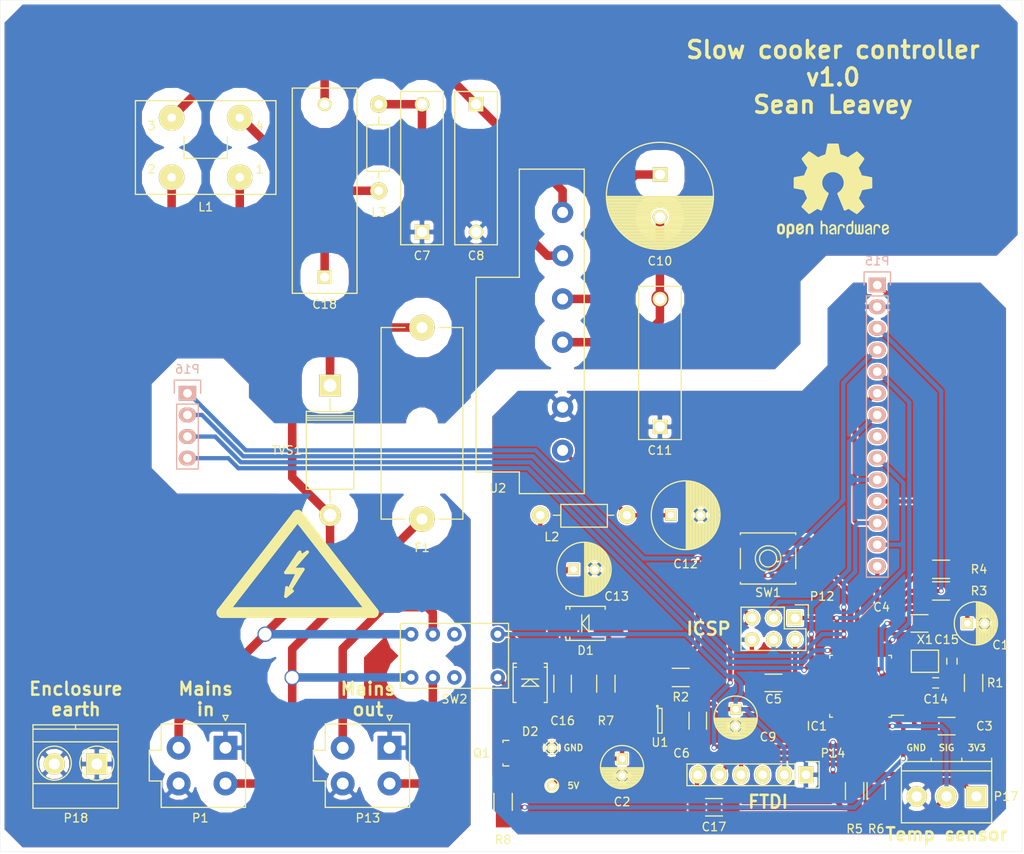
<source format=kicad_pcb>
(kicad_pcb (version 4) (host pcbnew 4.0.4+dfsg1-stable)
  (layers (0 F.Cu signal) (31 B.Cu signal) (34 B.Paste user) (35 F.Paste user) (36 B.SilkS user) (37 F.SilkS user) (38 B.Mask user) (39 F.Mask user) (44 Edge.Cuts user))
  (net 0 "")
  (net 1 /Neutral)
  (net 2 /Live)
  (net 3 /3V3)
  (net 4 GND)
  (net 5 /5V)
  (net 6 "Net-(C6-Pad2)")
  (net 7 Earth_Protective)
  (net 8 "Net-(C7-Pad2)")
  (net 9 "Net-(C10-Pad2)")
  (net 10 "Net-(C10-Pad1)")
  (net 11 "Net-(C12-Pad1)")
  (net 12 "Net-(C14-Pad1)")
  (net 13 "Net-(C15-Pad1)")
  (net 14 /~RESET)
  (net 15 "Net-(C17-Pad2)")
  (net 16 "Net-(D2-Pad2)")
  (net 17 /RELAY)
  (net 18 /TFT_D/C)
  (net 19 /TFT_CS)
  (net 20 /T_CS)
  (net 21 /T_IRQ)
  (net 22 /SD_CS)
  (net 23 /SPI_MOSI)
  (net 24 /SPI_MISO)
  (net 25 /SPI_SCK)
  (net 26 "Net-(IC1-Pad19)")
  (net 27 "Net-(IC1-Pad22)")
  (net 28 "Net-(IC1-Pad23)")
  (net 29 "Net-(IC1-Pad24)")
  (net 30 "Net-(IC1-Pad25)")
  (net 31 "Net-(IC1-Pad26)")
  (net 32 "Net-(IC1-Pad27)")
  (net 33 "Net-(IC1-Pad28)")
  (net 34 /USART_RXD)
  (net 35 /USART_TXD)
  (net 36 /DS18B20)
  (net 37 "Net-(Q1-Pad1)")
  (net 38 "Net-(C18-Pad2)")
  (net 39 "Net-(C18-Pad1)")
  (net 40 "Net-(F1-Pad2)")
  (net 41 /Relay_Neutral)
  (net 42 /Relay_Live)
  (module Housings_QFP:TQFP-32_7x7mm_Pitch0.8mm (layer F.Cu) (at 181.045 130.575 180)
    (fp_text reference IC1 (at 5.15 -4.68 180) (layer F.SilkS))
    (fp_text value ATMEGA328-AN hide)
    (pad 1 smd rect (at -4.25 -2.8 180) (size 1.6 0.55) (layers F.Cu F.Paste F.Mask) (net 17 /RELAY))
    (pad 2 smd rect (at -4.25 -2 180) (size 1.6 0.55) (layers F.Cu F.Paste F.Mask))
    (pad 3 smd rect (at -4.25 -1.2 180) (size 1.6 0.55) (layers F.Cu F.Paste F.Mask) (net 4 GND))
    (pad 4 smd rect (at -4.25 -0.4 180) (size 1.6 0.55) (layers F.Cu F.Paste F.Mask) (net 3 /3V3))
    (pad 5 smd rect (at -4.25 0.4 180) (size 1.6 0.55) (layers F.Cu F.Paste F.Mask) (net 4 GND))
    (pad 6 smd rect (at -4.25 1.2 180) (size 1.6 0.55) (layers F.Cu F.Paste F.Mask) (net 3 /3V3))
    (pad 7 smd rect (at -4.25 2 180) (size 1.6 0.55) (layers F.Cu F.Paste F.Mask) (net 12 "Net-(C14-Pad1)"))
    (pad 8 smd rect (at -4.25 2.8 180) (size 1.6 0.55) (layers F.Cu F.Paste F.Mask) (net 13 "Net-(C15-Pad1)"))
    (pad 9 smd rect (at -2.8 4.25 270) (size 1.6 0.55) (layers F.Cu F.Paste F.Mask) (net 18 /TFT_D/C))
    (pad 10 smd rect (at -2 4.25 270) (size 1.6 0.55) (layers F.Cu F.Paste F.Mask) (net 19 /TFT_CS))
    (pad 11 smd rect (at -1.2 4.25 270) (size 1.6 0.55) (layers F.Cu F.Paste F.Mask) (net 20 /T_CS))
    (pad 12 smd rect (at -0.4 4.25 270) (size 1.6 0.55) (layers F.Cu F.Paste F.Mask) (net 21 /T_IRQ))
    (pad 13 smd rect (at 0.4 4.25 270) (size 1.6 0.55) (layers F.Cu F.Paste F.Mask) (net 22 /SD_CS))
    (pad 14 smd rect (at 1.2 4.25 270) (size 1.6 0.55) (layers F.Cu F.Paste F.Mask))
    (pad 15 smd rect (at 2 4.25 270) (size 1.6 0.55) (layers F.Cu F.Paste F.Mask) (net 23 /SPI_MOSI))
    (pad 16 smd rect (at 2.8 4.25 270) (size 1.6 0.55) (layers F.Cu F.Paste F.Mask) (net 24 /SPI_MISO))
    (pad 17 smd rect (at 4.25 2.8 180) (size 1.6 0.55) (layers F.Cu F.Paste F.Mask) (net 25 /SPI_SCK))
    (pad 18 smd rect (at 4.25 2 180) (size 1.6 0.55) (layers F.Cu F.Paste F.Mask) (net 3 /3V3))
    (pad 19 smd rect (at 4.25 1.2 180) (size 1.6 0.55) (layers F.Cu F.Paste F.Mask) (net 26 "Net-(IC1-Pad19)"))
    (pad 20 smd rect (at 4.25 0.4 180) (size 1.6 0.55) (layers F.Cu F.Paste F.Mask) (net 3 /3V3))
    (pad 21 smd rect (at 4.25 -0.4 180) (size 1.6 0.55) (layers F.Cu F.Paste F.Mask) (net 4 GND))
    (pad 22 smd rect (at 4.25 -1.2 180) (size 1.6 0.55) (layers F.Cu F.Paste F.Mask) (net 27 "Net-(IC1-Pad22)"))
    (pad 23 smd rect (at 4.25 -2 180) (size 1.6 0.55) (layers F.Cu F.Paste F.Mask) (net 28 "Net-(IC1-Pad23)"))
    (pad 24 smd rect (at 4.25 -2.8 180) (size 1.6 0.55) (layers F.Cu F.Paste F.Mask) (net 29 "Net-(IC1-Pad24)"))
    (pad 25 smd rect (at 2.8 -4.25 270) (size 1.6 0.55) (layers F.Cu F.Paste F.Mask) (net 30 "Net-(IC1-Pad25)"))
    (pad 26 smd rect (at 2 -4.25 270) (size 1.6 0.55) (layers F.Cu F.Paste F.Mask) (net 31 "Net-(IC1-Pad26)"))
    (pad 27 smd rect (at 1.2 -4.25 270) (size 1.6 0.55) (layers F.Cu F.Paste F.Mask) (net 32 "Net-(IC1-Pad27)"))
    (pad 28 smd rect (at 0.4 -4.25 270) (size 1.6 0.55) (layers F.Cu F.Paste F.Mask) (net 33 "Net-(IC1-Pad28)"))
    (pad 29 smd rect (at -0.4 -4.25 270) (size 1.6 0.55) (layers F.Cu F.Paste F.Mask) (net 14 /~RESET))
    (pad 30 smd rect (at -1.2 -4.25 270) (size 1.6 0.55) (layers F.Cu F.Paste F.Mask) (net 34 /USART_RXD))
    (pad 31 smd rect (at -2 -4.25 270) (size 1.6 0.55) (layers F.Cu F.Paste F.Mask) (net 35 /USART_TXD))
    (pad 32 smd rect (at -2.8 -4.25 270) (size 1.6 0.55) (layers F.Cu F.Paste F.Mask) (net 36 /DS18B20))
  )
  (module Capacitors_ThroughHole:C_Radial_D5_L11_P2 (layer F.Cu) (at 193.58 123.19)
    (fp_text reference C1 (at 3.905 2.54) (layer F.SilkS))
    (fp_text value 10u)
    (pad 1 thru_hole rect (at 0 0) (size 1.3 1.3) (drill 0.8) (layers *.Cu *.Mask F.SilkS) (net 3 /3V3))
    (pad 2 thru_hole circle (at 2 0) (size 1.3 1.3) (drill 0.8) (layers *.Cu *.Mask F.SilkS) (net 4 GND))
  )
  (module Capacitors_ThroughHole:C_Radial_D5_L11_P2 (layer F.Cu) (at 153.035 139.065 270)
    (fp_text reference C2 (at 5.08 0 360) (layer F.SilkS))
    (fp_text value 10u)
    (pad 1 thru_hole rect (at 0 0 270) (size 1.3 1.3) (drill 0.8) (layers *.Cu *.Mask F.SilkS) (net 5 /5V))
    (pad 2 thru_hole circle (at 2 0 270) (size 1.3 1.3) (drill 0.8) (layers *.Cu *.Mask F.SilkS) (net 4 GND))
  )
  (module Capacitors_SMD:C_1206_HandSoldering (layer F.Cu) (at 191.135 135.255 180)
    (fp_text reference C3 (at -4.445 0 180) (layer F.SilkS))
    (fp_text value 10n)
    (pad 1 smd rect (at -2 0 180) (size 2 1.6) (layers F.Cu F.Paste F.Mask) (net 4 GND))
    (pad 2 smd rect (at 2 0 180) (size 2 1.6) (layers F.Cu F.Paste F.Mask) (net 3 /3V3))
  )
  (module Capacitors_SMD:C_1206_HandSoldering (layer F.Cu) (at 187.96 123.19 180)
    (fp_text reference C4 (at 4.445 1.905 180) (layer F.SilkS))
    (fp_text value 10n)
    (pad 1 smd rect (at -2 0 180) (size 2 1.6) (layers F.Cu F.Paste F.Mask) (net 4 GND))
    (pad 2 smd rect (at 2 0 180) (size 2 1.6) (layers F.Cu F.Paste F.Mask) (net 3 /3V3))
  )
  (module Capacitors_SMD:C_1206_HandSoldering (layer F.Cu) (at 170.815 130.175)
    (fp_text reference C5 (at 0 1.905) (layer F.SilkS))
    (fp_text value 10n)
    (pad 1 smd rect (at -2 0) (size 2 1.6) (layers F.Cu F.Paste F.Mask) (net 4 GND))
    (pad 2 smd rect (at 2 0) (size 2 1.6) (layers F.Cu F.Paste F.Mask) (net 3 /3V3))
  )
  (module Capacitors_SMD:C_1206_HandSoldering (layer F.Cu) (at 161.925 134.62 270)
    (fp_text reference C6 (at 3.81 1.905 360) (layer F.SilkS))
    (fp_text value 10n)
    (pad 1 smd rect (at -2 0 270) (size 2 1.6) (layers F.Cu F.Paste F.Mask) (net 3 /3V3))
    (pad 2 smd rect (at 2 0 270) (size 2 1.6) (layers F.Cu F.Paste F.Mask) (net 6 "Net-(C6-Pad2)"))
  )
  (module Capacitors_ThroughHole:C_Rect_L18_W5_P15 (layer F.Cu) (at 129.54 77.23 90)
    (fp_text reference C7 (at -2.78 0 180) (layer F.SilkS))
    (fp_text value 1n/400V/Y)
    (pad 1 thru_hole rect (at 0 0 90) (size 1.7 1.7) (drill 1.2) (layers *.Cu *.Mask F.SilkS) (net 7 Earth_Protective))
    (pad 2 thru_hole circle (at 15 0 90) (size 1.7 1.7) (drill 1.2) (layers *.Cu *.Mask F.SilkS) (net 8 "Net-(C7-Pad2)"))
  )
  (module Capacitors_ThroughHole:C_Rect_L18_W5_P15 (layer F.Cu) (at 135.89 62.23 270)
    (fp_text reference C8 (at 17.78 0 360) (layer F.SilkS))
    (fp_text value 1n/400V/Y)
    (pad 1 thru_hole rect (at 0 0 270) (size 1.7 1.7) (drill 1.2) (layers *.Cu *.Mask F.SilkS) (net 38 "Net-(C18-Pad2)"))
    (pad 2 thru_hole circle (at 15 0 270) (size 1.7 1.7) (drill 1.2) (layers *.Cu *.Mask F.SilkS) (net 7 Earth_Protective))
  )
  (module Capacitors_ThroughHole:C_Radial_D5_L11_P2 (layer F.Cu) (at 166.37 133.255 270)
    (fp_text reference C9 (at 3.27 -3.8 360) (layer F.SilkS))
    (fp_text value 10u)
    (pad 1 thru_hole rect (at 0 0 270) (size 1.3 1.3) (drill 0.8) (layers *.Cu *.Mask F.SilkS) (net 3 /3V3))
    (pad 2 thru_hole circle (at 2 0 270) (size 1.3 1.3) (drill 0.8) (layers *.Cu *.Mask F.SilkS) (net 4 GND))
  )
  (module Capacitors_ThroughHole:C_Radial_D12.5_L25_P5 (layer F.Cu) (at 157.48 70.485 270)
    (fp_text reference C10 (at 10.16 0 360) (layer F.SilkS))
    (fp_text value 10u/400V)
    (pad 2 thru_hole circle (at 5 0 270) (size 1.7 1.7) (drill 1.2) (layers *.Cu *.Mask F.SilkS) (net 9 "Net-(C10-Pad2)"))
    (pad 1 thru_hole rect (at 0 0 270) (size 1.7 1.7) (drill 1.2) (layers *.Cu *.Mask F.SilkS) (net 10 "Net-(C10-Pad1)"))
  )
  (module Capacitors_ThroughHole:C_Rect_L18_W5_P15 (layer F.Cu) (at 157.48 100.103975 90)
    (fp_text reference C11 (at -2.766025 0 180) (layer F.SilkS))
    (fp_text value 1n/400V/Y)
    (pad 1 thru_hole rect (at 0 0 90) (size 1.7 1.7) (drill 1.2) (layers *.Cu *.Mask F.SilkS) (net 4 GND))
    (pad 2 thru_hole circle (at 15 0 90) (size 1.7 1.7) (drill 1.2) (layers *.Cu *.Mask F.SilkS) (net 9 "Net-(C10-Pad2)"))
  )
  (module Capacitors_ThroughHole:C_Radial_D8_L11.5_P3.5 (layer F.Cu) (at 158.75 110.49)
    (fp_text reference C12 (at 1.75 5.715) (layer F.SilkS))
    (fp_text value 150u)
    (pad 2 thru_hole circle (at 3.5 0) (size 1.3 1.3) (drill 0.8) (layers *.Cu *.Mask F.SilkS) (net 4 GND))
    (pad 1 thru_hole rect (at 0 0) (size 1.3 1.3) (drill 0.8) (layers *.Cu *.Mask F.SilkS) (net 11 "Net-(C12-Pad1)"))
  )
  (module Capacitors_ThroughHole:C_Radial_D6.3_L11.2_P2.5 (layer F.Cu) (at 147.32 116.84)
    (fp_text reference C13 (at 5.08 3.175) (layer F.SilkS))
    (fp_text value 68u)
    (pad 2 thru_hole circle (at 2.5 0) (size 1.3 1.3) (drill 0.8) (layers *.Cu *.Mask F.SilkS) (net 4 GND))
    (pad 1 thru_hole rect (at 0 0) (size 1.3 1.3) (drill 0.8) (layers *.Cu *.Mask F.SilkS) (net 5 /5V))
  )
  (module Capacitors_SMD:C_0603_HandSoldering (layer F.Cu) (at 189.865 130.175)
    (fp_text reference C14 (at 0 1.905) (layer F.SilkS))
    (fp_text value 12p)
    (pad 1 smd rect (at -0.95 0) (size 1.2 0.75) (layers F.Cu F.Paste F.Mask) (net 12 "Net-(C14-Pad1)"))
    (pad 2 smd rect (at 0.95 0) (size 1.2 0.75) (layers F.Cu F.Paste F.Mask) (net 4 GND))
  )
  (module Capacitors_SMD:C_0603_HandSoldering (layer F.Cu) (at 191.77 127.635 270)
    (fp_text reference C15 (at -2.54 0.635 360) (layer F.SilkS))
    (fp_text value 12p)
    (pad 1 smd rect (at -0.95 0 270) (size 1.2 0.75) (layers F.Cu F.Paste F.Mask) (net 13 "Net-(C15-Pad1)"))
    (pad 2 smd rect (at 0.95 0 270) (size 1.2 0.75) (layers F.Cu F.Paste F.Mask) (net 4 GND))
  )
  (module Capacitors_SMD:C_1206_HandSoldering (layer F.Cu) (at 146.05 130.27 270)
    (fp_text reference C16 (at 4.35 0 540) (layer F.SilkS))
    (fp_text value 100n)
    (pad 1 smd rect (at -2 0 270) (size 2 1.6) (layers F.Cu F.Paste F.Mask) (net 5 /5V))
    (pad 2 smd rect (at 2 0 270) (size 2 1.6) (layers F.Cu F.Paste F.Mask) (net 4 GND))
  )
  (module Capacitors_SMD:C_1206_HandSoldering (layer F.Cu) (at 163.83 144.78 180)
    (fp_text reference C17 (at 0 -2.3 180) (layer F.SilkS))
    (fp_text value 100n)
    (pad 1 smd rect (at -2 0 180) (size 2 1.6) (layers F.Cu F.Paste F.Mask) (net 14 /~RESET))
    (pad 2 smd rect (at 2 0 180) (size 2 1.6) (layers F.Cu F.Paste F.Mask) (net 15 "Net-(C17-Pad2)"))
  )
  (module Diodes_SMD:SMB_Handsoldering (layer F.Cu) (at 148.75002 123.19)
    (fp_text reference D1 (at 0 3.175) (layer F.SilkS))
    (fp_text value SMBJ7.0A)
    (pad 1 smd rect (at -2.70002 0) (size 3.50012 2.30124) (layers F.Cu F.Paste F.Mask) (net 5 /5V))
    (pad 2 smd rect (at 2.70002 0) (size 3.50012 2.30124) (layers F.Cu F.Paste F.Mask) (net 4 GND))
  )
  (module Diodes_SMD:SMB_Handsoldering (layer F.Cu) (at 142.24 130.175 270)
    (fp_text reference D2 (at 5.715 0 360) (layer F.SilkS))
    (fp_text value STTH212U)
    (pad 1 smd rect (at -2.70002 0 270) (size 3.50012 2.30124) (layers F.Cu F.Paste F.Mask) (net 3 /3V3))
    (pad 2 smd rect (at 2.70002 0 270) (size 3.50012 2.30124) (layers F.Cu F.Paste F.Mask) (net 16 "Net-(D2-Pad2)"))
  )
  (module Choke_Axial_ThroughHole:Choke_Horizontal_RM10mm (layer F.Cu) (at 148.59 110.49 180)
    (fp_text reference L2 (at 3.81 -2.54 180) (layer F.SilkS))
    (fp_text value 2.2u)
    (pad 1 thru_hole circle (at -5.00126 0 180) (size 1.99898 1.99898) (drill 1.00076) (layers *.Cu *.Mask F.SilkS) (net 11 "Net-(C12-Pad1)"))
    (pad 2 thru_hole circle (at 5.15874 0 180) (size 1.99898 1.99898) (drill 1.00076) (layers *.Cu *.Mask F.SilkS) (net 5 /5V))
  )
  (module Connect:PINTST (layer F.Cu) (at 144.78 142.24)
    (fp_text reference P10 hide)
    (fp_text value TEST_5V hide)
    (pad 1 thru_hole circle (at 0 0) (size 1.143 1.143) (drill 0.635) (layers *.Cu *.Mask F.SilkS) (net 5 /5V))
  )
  (module Connect:PINTST (layer F.Cu) (at 144.78 137.795)
    (fp_text reference P11 hide)
    (fp_text value TEST_GND hide)
    (pad 1 thru_hole circle (at 0 0) (size 1.143 1.143) (drill 0.635) (layers *.Cu *.Mask F.SilkS) (net 4 GND))
  )
  (module Pin_Headers:Pin_Header_Straight_2x03 (layer F.Cu) (at 173.355 122.555 270)
    (fp_text reference P12 (at -2.54 -3.175 360) (layer F.SilkS))
    (fp_text value ICSP)
    (pad 1 thru_hole rect (at 0 0 270) (size 1.7272 1.7272) (drill 1.016) (layers *.Cu *.Mask F.SilkS) (net 24 /SPI_MISO))
    (pad 2 thru_hole oval (at 2.54 0 270) (size 1.7272 1.7272) (drill 1.016) (layers *.Cu *.Mask F.SilkS) (net 3 /3V3))
    (pad 3 thru_hole oval (at 0 2.54 270) (size 1.7272 1.7272) (drill 1.016) (layers *.Cu *.Mask F.SilkS) (net 25 /SPI_SCK))
    (pad 4 thru_hole oval (at 2.54 2.54 270) (size 1.7272 1.7272) (drill 1.016) (layers *.Cu *.Mask F.SilkS) (net 23 /SPI_MOSI))
    (pad 5 thru_hole oval (at 0 5.08 270) (size 1.7272 1.7272) (drill 1.016) (layers *.Cu *.Mask F.SilkS) (net 14 /~RESET))
    (pad 6 thru_hole oval (at 2.54 5.08 270) (size 1.7272 1.7272) (drill 1.016) (layers *.Cu *.Mask F.SilkS) (net 4 GND))
  )
  (module Pin_Headers:Pin_Header_Straight_1x06 (layer F.Cu) (at 174.625 140.97 270)
    (fp_text reference P14 (at -2.54 -3.175 360) (layer F.SilkS))
    (fp_text value FTDI)
    (pad 1 thru_hole rect (at 0 0 270) (size 2.032 1.7272) (drill 1.016) (layers *.Cu *.Mask F.SilkS) (net 4 GND))
    (pad 2 thru_hole oval (at 0 2.54 270) (size 2.032 1.7272) (drill 1.016) (layers *.Cu *.Mask F.SilkS) (net 3 /3V3))
    (pad 3 thru_hole oval (at 0 5.08 270) (size 2.032 1.7272) (drill 1.016) (layers *.Cu *.Mask F.SilkS))
    (pad 4 thru_hole oval (at 0 7.62 270) (size 2.032 1.7272) (drill 1.016) (layers *.Cu *.Mask F.SilkS) (net 35 /USART_TXD))
    (pad 5 thru_hole oval (at 0 10.16 270) (size 2.032 1.7272) (drill 1.016) (layers *.Cu *.Mask F.SilkS) (net 34 /USART_RXD))
    (pad 6 thru_hole oval (at 0 12.7 270) (size 2.032 1.7272) (drill 1.016) (layers *.Cu *.Mask F.SilkS) (net 15 "Net-(C17-Pad2)"))
  )
  (module Pin_Headers:Pin_Header_Straight_1x14 (layer B.Cu) (at 183 83.47 180)
    (fp_text reference P15 (at 0 2.825 180) (layer B.SilkS) (effects (justify mirror)))
    (fp_text value "LCD 1")
    (pad 1 thru_hole rect (at 0 0 180) (size 2.032 1.7272) (drill 1.016) (layers *.Cu *.Mask B.SilkS) (net 3 /3V3))
    (pad 2 thru_hole oval (at 0 -2.54 180) (size 2.032 1.7272) (drill 1.016) (layers *.Cu *.Mask B.SilkS) (net 4 GND))
    (pad 3 thru_hole oval (at 0 -5.08 180) (size 2.032 1.7272) (drill 1.016) (layers *.Cu *.Mask B.SilkS) (net 19 /TFT_CS))
    (pad 4 thru_hole oval (at 0 -7.62 180) (size 2.032 1.7272) (drill 1.016) (layers *.Cu *.Mask B.SilkS) (net 14 /~RESET))
    (pad 5 thru_hole oval (at 0 -10.16 180) (size 2.032 1.7272) (drill 1.016) (layers *.Cu *.Mask B.SilkS) (net 18 /TFT_D/C))
    (pad 6 thru_hole oval (at 0 -12.7 180) (size 2.032 1.7272) (drill 1.016) (layers *.Cu *.Mask B.SilkS) (net 23 /SPI_MOSI))
    (pad 7 thru_hole oval (at 0 -15.24 180) (size 2.032 1.7272) (drill 1.016) (layers *.Cu *.Mask B.SilkS) (net 25 /SPI_SCK))
    (pad 8 thru_hole oval (at 0 -17.78 180) (size 2.032 1.7272) (drill 1.016) (layers *.Cu *.Mask B.SilkS))
    (pad 9 thru_hole oval (at 0 -20.32 180) (size 2.032 1.7272) (drill 1.016) (layers *.Cu *.Mask B.SilkS) (net 24 /SPI_MISO))
    (pad 10 thru_hole oval (at 0 -22.86 180) (size 2.032 1.7272) (drill 1.016) (layers *.Cu *.Mask B.SilkS) (net 25 /SPI_SCK))
    (pad 11 thru_hole oval (at 0 -25.4 180) (size 2.032 1.7272) (drill 1.016) (layers *.Cu *.Mask B.SilkS) (net 20 /T_CS))
    (pad 12 thru_hole oval (at 0 -27.94 180) (size 2.032 1.7272) (drill 1.016) (layers *.Cu *.Mask B.SilkS) (net 23 /SPI_MOSI))
    (pad 13 thru_hole oval (at 0 -30.48 180) (size 2.032 1.7272) (drill 1.016) (layers *.Cu *.Mask B.SilkS) (net 24 /SPI_MISO))
    (pad 14 thru_hole oval (at 0 -33.02 180) (size 2.032 1.7272) (drill 1.016) (layers *.Cu *.Mask B.SilkS) (net 21 /T_IRQ))
  )
  (module Pin_Headers:Pin_Header_Straight_1x04 (layer B.Cu) (at 102 96.17 180)
    (fp_text reference P16 (at 0 2.825 180) (layer B.SilkS) (effects (justify mirror)))
    (fp_text value "LCD 2")
    (pad 1 thru_hole rect (at 0 0 180) (size 2.032 1.7272) (drill 1.016) (layers *.Cu *.Mask B.SilkS) (net 22 /SD_CS))
    (pad 2 thru_hole oval (at 0 -2.54 180) (size 2.032 1.7272) (drill 1.016) (layers *.Cu *.Mask B.SilkS) (net 23 /SPI_MOSI))
    (pad 3 thru_hole oval (at 0 -5.08 180) (size 2.032 1.7272) (drill 1.016) (layers *.Cu *.Mask B.SilkS) (net 24 /SPI_MISO))
    (pad 4 thru_hole oval (at 0 -7.62 180) (size 2.032 1.7272) (drill 1.016) (layers *.Cu *.Mask B.SilkS) (net 25 /SPI_SCK))
  )
  (module TO_SOT_Packages_SMD:SOT-23 (layer F.Cu) (at 139.7 138.43 90)
    (fp_text reference Q1 (at 0 -3.175 180) (layer F.SilkS))
    (fp_text value MMBT3904)
    (pad 1 smd rect (at -0.95 1.00076 90) (size 0.8001 0.8001) (layers F.Cu F.Paste F.Mask) (net 37 "Net-(Q1-Pad1)"))
    (pad 2 smd rect (at 0.95 1.00076 90) (size 0.8001 0.8001) (layers F.Cu F.Paste F.Mask) (net 4 GND))
    (pad 3 smd rect (at 0 -0.99822 90) (size 0.8001 0.8001) (layers F.Cu F.Paste F.Mask) (net 16 "Net-(D2-Pad2)"))
  )
  (module Resistors_SMD:R_1206_HandSoldering (layer F.Cu) (at 194.31 130.175 90)
    (fp_text reference R1 (at 0 2.54 180) (layer F.SilkS))
    (fp_text value 1M)
    (pad 1 smd rect (at -2 0 90) (size 2 1.7) (layers F.Cu F.Paste F.Mask) (net 12 "Net-(C14-Pad1)"))
    (pad 2 smd rect (at 2 0 90) (size 2 1.7) (layers F.Cu F.Paste F.Mask) (net 13 "Net-(C15-Pad1)"))
  )
  (module Resistors_SMD:R_1206_HandSoldering (layer F.Cu) (at 159.925 129.54 180)
    (fp_text reference R2 (at 0 -2.3 180) (layer F.SilkS))
    (fp_text value 10k)
    (pad 1 smd rect (at -2 0 180) (size 2 1.7) (layers F.Cu F.Paste F.Mask) (net 3 /3V3))
    (pad 2 smd rect (at 2 0 180) (size 2 1.7) (layers F.Cu F.Paste F.Mask) (net 22 /SD_CS))
  )
  (module Resistors_SMD:R_1206_HandSoldering (layer F.Cu) (at 190.5 119.38 180)
    (fp_text reference R3 (at -4.445 0 180) (layer F.SilkS))
    (fp_text value 10k)
    (pad 1 smd rect (at -2 0 180) (size 2 1.7) (layers F.Cu F.Paste F.Mask) (net 3 /3V3))
    (pad 2 smd rect (at 2 0 180) (size 2 1.7) (layers F.Cu F.Paste F.Mask) (net 19 /TFT_CS))
  )
  (module Resistors_SMD:R_1206_HandSoldering (layer F.Cu) (at 190.5 116.84 180)
    (fp_text reference R4 (at -4.445 0 180) (layer F.SilkS))
    (fp_text value 10k)
    (pad 1 smd rect (at -2 0 180) (size 2 1.7) (layers F.Cu F.Paste F.Mask) (net 3 /3V3))
    (pad 2 smd rect (at 2 0 180) (size 2 1.7) (layers F.Cu F.Paste F.Mask) (net 20 /T_CS))
  )
  (module Resistors_SMD:R_1206_HandSoldering (layer F.Cu) (at 180.34 142.875 270)
    (fp_text reference R5 (at 4.445 0 360) (layer F.SilkS))
    (fp_text value 10k)
    (pad 1 smd rect (at -2 0 270) (size 2 1.7) (layers F.Cu F.Paste F.Mask) (net 3 /3V3))
    (pad 2 smd rect (at 2 0 270) (size 2 1.7) (layers F.Cu F.Paste F.Mask) (net 14 /~RESET))
  )
  (module Resistors_SMD:R_1206_HandSoldering (layer F.Cu) (at 182.88 142.875 270)
    (fp_text reference R6 (at 4.445 0 360) (layer F.SilkS))
    (fp_text value 4k7)
    (pad 1 smd rect (at -2 0 270) (size 2 1.7) (layers F.Cu F.Paste F.Mask) (net 3 /3V3))
    (pad 2 smd rect (at 2 0 270) (size 2 1.7) (layers F.Cu F.Paste F.Mask) (net 36 /DS18B20))
  )
  (module Resistors_SMD:R_1206_HandSoldering (layer F.Cu) (at 151.13 130.27 270)
    (fp_text reference R7 (at 4.35 0 360) (layer F.SilkS))
    (fp_text value NP)
    (pad 1 smd rect (at -2 0 270) (size 2 1.7) (layers F.Cu F.Paste F.Mask) (net 5 /5V))
    (pad 2 smd rect (at 2 0 270) (size 2 1.7) (layers F.Cu F.Paste F.Mask) (net 4 GND))
  )
  (module Resistors_SMD:R_1206_HandSoldering (layer F.Cu) (at 139.065 144.145 270)
    (fp_text reference R8 (at 4.445 0 360) (layer F.SilkS))
    (fp_text value 10k)
    (pad 1 smd rect (at -2 0 270) (size 2 1.7) (layers F.Cu F.Paste F.Mask) (net 37 "Net-(Q1-Pad1)"))
    (pad 2 smd rect (at 2 0 270) (size 2 1.7) (layers F.Cu F.Paste F.Mask) (net 17 /RELAY))
  )
  (module Buttons_Switches_SMD:SW_SPST_EVQP0 (layer F.Cu) (at 170.18 115.57 180)
    (fp_text reference SW1 (at 0 -4 180) (layer F.SilkS))
    (fp_text value Reset)
    (pad 1 smd rect (at 3.4 -2 180) (size 3.2 1) (layers F.Cu F.Paste F.Mask) (net 14 /~RESET))
    (pad 1 smd rect (at -3.4 -2 180) (size 3.2 1) (layers F.Cu F.Paste F.Mask) (net 14 /~RESET))
    (pad 2 smd rect (at -3.4 2 180) (size 3.2 1) (layers F.Cu F.Paste F.Mask) (net 4 GND))
    (pad 2 smd rect (at 3.4 2 180) (size 3.2 1) (layers F.Cu F.Paste F.Mask) (net 4 GND))
  )
  (module "Relays_ThroughHole_TE_Connectivity:FX2 D3223" (layer F.Cu) (at 133.35 127 270)
    (fp_text reference SW2 (at 5.08 0 360) (layer F.SilkS))
    (fp_text value "TE D3223")
    (pad 10 thru_hole circle (at 2.54 -5.08 180) (size 1.7 1.7) (drill 0.85) (layers *.Cu *.Mask) (net 16 "Net-(D2-Pad2)"))
    (pad 1 thru_hole circle (at -2.54 -5.08 180) (size 1.7 1.7) (drill 0.85) (layers *.Cu *.Mask) (net 3 /3V3))
    (pad 3 thru_hole circle (at -2.54 0 180) (size 1.7 1.7) (drill 0.85) (layers *.Cu *.Mask))
    (pad 4 thru_hole circle (at -2.54 2.54 180) (size 1.7 1.7) (drill 0.85) (layers *.Cu *.Mask) (net 41 /Relay_Neutral))
    (pad 5 thru_hole circle (at -2.54 5.08 180) (size 1.7 1.7) (drill 0.85) (layers *.Cu *.Mask) (net 1 /Neutral))
    (pad 8 thru_hole circle (at 2.54 0 180) (size 1.7 1.7) (drill 0.85) (layers *.Cu *.Mask))
    (pad 7 thru_hole circle (at 2.54 2.54 180) (size 1.7 1.7) (drill 0.85) (layers *.Cu *.Mask) (net 42 /Relay_Live))
    (pad 6 thru_hole circle (at 2.54 5.08 180) (size 1.7 1.7) (drill 0.85) (layers *.Cu *.Mask) (net 2 /Live))
  )
  (module TO_SOT_Packages_SMD:SOT-23-5 (layer F.Cu) (at 157.48 134.62)
    (fp_text reference U1 (at 0 2.54) (layer F.SilkS))
    (fp_text value LT1761-3.3)
    (pad 1 smd rect (at -1.1 -0.95) (size 1.06 0.65) (layers F.Cu F.Paste F.Mask) (net 5 /5V))
    (pad 2 smd rect (at -1.1 0) (size 1.06 0.65) (layers F.Cu F.Paste F.Mask) (net 4 GND))
    (pad 3 smd rect (at -1.1 0.95) (size 1.06 0.65) (layers F.Cu F.Paste F.Mask) (net 5 /5V))
    (pad 4 smd rect (at 1.1 0.95) (size 1.06 0.65) (layers F.Cu F.Paste F.Mask) (net 6 "Net-(C6-Pad2)"))
    (pad 5 smd rect (at 1.1 -0.95) (size 1.06 0.65) (layers F.Cu F.Paste F.Mask) (net 3 /3V3))
  )
  (module Crystals:crystal_FA238-TSX3225 (layer F.Cu) (at 188.595 127.635 180)
    (fp_text reference X1 (at 0 2.54 180) (layer F.SilkS))
    (fp_text value 16MHz)
    (pad 1 smd rect (at -1.1 0.8 180) (size 1.4 1.2) (layers F.Cu F.Paste F.Mask) (net 13 "Net-(C15-Pad1)"))
    (pad 3 smd rect (at 1.1 0.8 180) (size 1.4 1.2) (layers F.Cu F.Paste F.Mask) (net 4 GND))
    (pad 3 smd rect (at -1.1 -0.8 180) (size 1.4 1.2) (layers F.Cu F.Paste F.Mask) (net 4 GND))
    (pad 2 smd rect (at 1.1 -0.8 180) (size 1.4 1.2) (layers F.Cu F.Paste F.Mask) (net 12 "Net-(C14-Pad1)"))
  )
  (module Board_Outlines:100mmx120mm (layer F.Cu) (at 200 150 90)
    (fp_text reference Ref** hide)
    (fp_text value Val** hide)
    (fp_line (start 0 0) (end 0 -120) (layer Edge.Cuts) (width 0.025))
    (fp_line (start 0 -120) (end 100 -120) (layer Edge.Cuts) (width 0.025))
    (fp_line (start 100 -120) (end 100 0) (layer Edge.Cuts) (width 0.025))
    (fp_line (start 100 0) (end 0 0) (layer Edge.Cuts) (width 0.025))
  )
  (module Diodes_ThroughHole:Diode_DO-201AD_Horizontal_RM15 (layer F.Cu) (at 118.74204 95.24878 270)
    (fp_text reference TVS1 (at 7.62122 5.07704 360) (layer F.SilkS))
    (fp_text value 1.5KE300CA1)
    (pad 2 thru_hole circle (at 15.24122 -0.00296 90) (size 2.54 2.54) (drill 1.50114) (layers *.Cu *.Mask F.SilkS) (net 1 /Neutral))
    (pad 1 thru_hole rect (at 0.00122 -0.00296 90) (size 2.54 2.54) (drill 1.50114) (layers *.Cu *.Mask F.SilkS) (net 40 "Net-(F1-Pad2)"))
  )
  (module Terminal_Blocks:TerminalBlock_Pheonix_PT-3.5mm_3pol (layer F.Cu) (at 194.635 143.51 180)
    (fp_text reference P17 (at -3.485 0 180) (layer F.SilkS))
    (fp_text value "Temperature sensor")
    (pad 2 thru_hole circle (at 3.5 0 180) (size 2.4 2.4) (drill 1.2) (layers *.Cu *.Mask F.SilkS) (net 36 /DS18B20))
    (pad 3 thru_hole circle (at 7 0 180) (size 2.4 2.4) (drill 1.2) (layers *.Cu *.Mask F.SilkS) (net 4 GND))
    (pad 1 thru_hole rect (at 0 0 180) (size 2.4 2.4) (drill 1.2) (layers *.Cu *.Mask F.SilkS) (net 3 /3V3))
  )
  (module Capacitors_ThroughHole_Kemet:C_Rect_L24_W7.6_P20.3 (layer F.Cu) (at 118.11 82.53 90)
    (fp_text reference C18 (at -3.195 0 180) (layer F.SilkS))
    (fp_text value 100n/400V/X)
    (pad 1 thru_hole rect (at 0 0 90) (size 1.6 1.6) (drill 1.1) (layers *.Cu *.Mask F.SilkS) (net 39 "Net-(C18-Pad1)"))
    (pad 2 thru_hole circle (at 20.3 0 90) (size 1.6 1.6) (drill 1.1) (layers *.Cu *.Mask F.SilkS) (net 38 "Net-(C18-Pad2)"))
  )
  (module Choke_Axial_ThroughHole:Choke_Horizontal_RM10mm (layer F.Cu) (at 124.46 67.38874 90)
    (fp_text reference L3 (at -7.54126 0 180) (layer F.SilkS))
    (fp_text value 1m/400V)
    (pad 1 thru_hole circle (at -5.00126 0 90) (size 1.99898 1.99898) (drill 1.00076) (layers *.Cu *.Mask F.SilkS) (net 39 "Net-(C18-Pad1)"))
    (pad 2 thru_hole circle (at 5.15874 0 90) (size 1.99898 1.99898) (drill 1.00076) (layers *.Cu *.Mask F.SilkS) (net 8 "Net-(C7-Pad2)"))
  )
  (module Choke_Common-Mode_Epcos:CommonModeChoke_Epcos-B82730U (layer F.Cu) (at 104.14 67.31 180)
    (fp_text reference L1 (at 0 -6.985 180) (layer F.SilkS))
    (fp_text value 1m/400V)
    (fp_text user 1 (at -6.35 -2.54 180) (layer F.SilkS))
    (fp_text user 2 (at 6.35 -2.54 180) (layer F.SilkS))
    (fp_text user 3 (at 6.35 2.54 180) (layer F.SilkS))
    (fp_text user 4 (at -6.35 2.54 180) (layer F.SilkS))
    (pad 4 thru_hole circle (at -4 3.5 180) (size 3 3) (drill 1) (layers *.Cu *.Mask F.SilkS) (net 39 "Net-(C18-Pad1)"))
    (pad 3 thru_hole circle (at 4 3.5 180) (size 3 3) (drill 1) (layers *.Cu *.Mask F.SilkS) (net 38 "Net-(C18-Pad2)"))
    (pad 2 thru_hole circle (at 4 -3.5 180) (size 3 3) (drill 1) (layers *.Cu *.Mask F.SilkS) (net 1 /Neutral))
    (pad 1 thru_hole circle (at -4 -3.5 180) (size 3 3) (drill 1) (layers *.Cu *.Mask F.SilkS) (net 40 "Net-(F1-Pad2)"))
  )
  (module Fuse_Holders_and_Fuses:Fuseholder5x20_horiz_open_Schurter_0031_8201 (layer F.Cu) (at 129.54 110.945 90)
    (fp_text reference F1 (at -3.355 0 180) (layer F.SilkS))
    (fp_text value "10mA, Q")
    (pad 1 thru_hole circle (at 0 0 90) (size 3 3) (drill 1.3) (layers *.Cu *.Mask F.SilkS) (net 2 /Live))
    (pad 2 thru_hole circle (at 22.5 0 90) (size 3 3) (drill 1.3) (layers *.Cu *.Mask F.SilkS) (net 40 "Net-(F1-Pad2)"))
    (pad "" np_thru_hole circle (at 11.25 0 90) (size 2.7 2.7) (drill 2.7) (layers *.Cu *.Mask))
  )
  (module Connectors_Molex:Molex_MiniFit-JR-5556-04A_2x02x4.20mm_Straight (layer F.Cu) (at 106.465 137.795 270)
    (fp_text reference P1 (at 8.255 2.96 360) (layer F.SilkS))
    (fp_text value Input)
    (pad 1 thru_hole rect (at 0 0 270) (size 2.8 2.8) (drill 1.4) (layers *.Cu *.Mask) (net 7 Earth_Protective))
    (pad 2 thru_hole circle (at 4.2 0 270) (size 2.8 2.8) (drill 1.4) (layers *.Cu *.Mask) (net 2 /Live))
    (pad 3 thru_hole circle (at 0 5.5 270) (size 2.8 2.8) (drill 1.4) (layers *.Cu *.Mask) (net 1 /Neutral))
    (pad 4 thru_hole circle (at 4.2 5.5 270) (size 2.8 2.8) (drill 1.4) (layers *.Cu *.Mask) (net 7 Earth_Protective))
  )
  (module Connectors_Molex:Molex_MiniFit-JR-5556-04A_2x02x4.20mm_Straight (layer F.Cu) (at 125.73 137.795 270)
    (fp_text reference P13 (at 8.255 2.54 360) (layer F.SilkS))
    (fp_text value Output)
    (pad 1 thru_hole rect (at 0 0 270) (size 2.8 2.8) (drill 1.4) (layers *.Cu *.Mask) (net 7 Earth_Protective))
    (pad 2 thru_hole circle (at 4.2 0 270) (size 2.8 2.8) (drill 1.4) (layers *.Cu *.Mask) (net 42 /Relay_Live))
    (pad 3 thru_hole circle (at 0 5.5 270) (size 2.8 2.8) (drill 1.4) (layers *.Cu *.Mask) (net 41 /Relay_Neutral))
    (pad 4 thru_hole circle (at 4.2 5.5 270) (size 2.8 2.8) (drill 1.4) (layers *.Cu *.Mask) (net 7 Earth_Protective))
  )
  (module Terminal_Blocks:TerminalBlock_Pheonix_MKDS1.5-2pol (layer F.Cu) (at 91.36 139.7 180)
    (fp_text reference P18 (at 2.46 -6.35 180) (layer F.SilkS))
    (fp_text value "Enclosure earth")
    (pad 1 thru_hole rect (at 0 0 180) (size 2.5 2.5) (drill 1.3) (layers *.Cu *.Mask F.SilkS) (net 7 Earth_Protective))
    (pad 2 thru_hole circle (at 5 0 180) (size 2.5 2.5) (drill 1.3) (layers *.Cu *.Mask F.SilkS) (net 7 Earth_Protective))
  )
  (module SMPS_RS:RS_Pro_LS01 (layer F.Cu) (at 146.05 90.17 270)
    (fp_text reference U2 (at 17.145 7.62 540) (layer F.SilkS))
    (fp_text value LS01-15B05S)
    (pad 7 thru_hole circle (at 0 0 270) (size 2.5 2.5) (drill 1.3) (layers *.Cu *.Mask) (net 9 "Net-(C10-Pad2)"))
    (pad 1 thru_hole circle (at -15.24 0 270) (size 2.5 2.5) (drill 1.3) (layers *.Cu *.Mask) (net 38 "Net-(C18-Pad2)"))
    (pad 5 thru_hole circle (at -5.08 0 270) (size 2.5 2.5) (drill 1.3) (layers *.Cu *.Mask) (net 10 "Net-(C10-Pad1)"))
    (pad 3 thru_hole circle (at -10.16 0 270) (size 2.5 2.5) (drill 1.3) (layers *.Cu *.Mask) (net 8 "Net-(C7-Pad2)"))
    (pad 10 thru_hole circle (at 7.62 0 270) (size 2.5 2.5) (drill 1.3) (layers *.Cu *.Mask) (net 4 GND))
    (pad 12 thru_hole circle (at 12.7 0 270) (size 2.5 2.5) (drill 1.3) (layers *.Cu *.Mask) (net 11 "Net-(C12-Pad1)"))
  )
  (module Symbols:OSHW-Logo2_14.6x12mm_SilkScreen (layer F.Cu) (at 177.8 72.39)
    (fp_text reference REF*** hide)
    (fp_text value OSHW-Logo2_14.6x12mm_SilkScreen hide)
  )
  (module Symbols_HV:Symbol_Highvoltage_Type2_SilkTop_Small (layer F.Cu) (at 114.935 118.11)
    (fp_text reference REF** hide)
    (fp_text value Symbol_Highvoltage_Type2_CopperTop_Small hide)
  )
  (gr_text 5V (at 147.32 142.24) (layer F.SilkS) (effects (font (size 0.75 0.75))))
  (gr_text GND (at 147.32 137.795) (layer F.SilkS) (effects (font (size 0.75 0.75))))
  (gr_text 3V3 (at 194.691 137.795) (layer F.SilkS) (effects (font (size 0.75 0.75))))
  (gr_text SIG (at 191.135 137.795) (layer F.SilkS) (effects (font (size 0.75 0.75))))
  (gr_text GND (at 187.579 137.795) (layer F.SilkS) (effects (font (size 0.75 0.75))))
  (gr_text "Temp sensor" (at 191.135 147.955) (layer F.SilkS) (effects (font (size 1.5 1.5) (thickness 0.3))))
  (gr_text FTDI (at 170.18 144.145) (layer F.SilkS) (effects (font (size 1.5 1.5) (thickness 0.3))))
  (gr_text ICSP (at 163.195 123.825) (layer F.SilkS) (effects (font (size 1.5 1.5) (thickness 0.3))))
  (gr_text "Enclosure\nearth" (at 88.9 132.08) (layer F.SilkS) (effects (font (size 1.5 1.5) (thickness 0.3))))
  (gr_text "Mains\nout" (at 123.19 132.08) (layer F.SilkS) (effects (font (size 1.5 1.5) (thickness 0.3))))
  (gr_text "Mains\nin" (at 104.14 132.08) (layer F.SilkS) (effects (font (size 1.5 1.5) (thickness 0.3))))
  (gr_text "Slow cooker controller\nv1.0\nSean Leavey" (at 177.8 59.055) (layer F.SilkS) (effects (font (size 2 2) (thickness 0.4))))
  (segment (start 118.745 116.79024) (end 118.745 110.49) (width 1) (layer F.Cu) (net 1))
  (segment (start 114.3 91.57976) (end 114.3 99.695) (width 1) (layer F.Cu) (net 1))
  (segment (start 114.3 106.045) (end 114.3 99.695) (width 1) (layer F.Cu) (net 1))
  (segment (start 114.3 99.695) (end 114.3 104.14) (width 1) (layer F.Cu) (net 1))
  (segment (start 118.745 110.49) (end 114.3 106.045) (width 1) (layer F.Cu) (net 1))
  (segment (start 111.125 124.46) (end 124.46 124.46) (width 1) (layer B.Cu) (net 1))
  (segment (start 124.46 124.46) (end 128.27 124.46) (width 1) (layer B.Cu) (net 1))
  (segment (start 118.745 116.79024) (end 111.10012 124.43512) (width 1) (layer F.Cu) (net 1))
  (segment (start 100.965 134.57024) (end 101.01476 134.57024) (width 1) (layer F.Cu) (net 1))
  (segment (start 101.01476 134.57024) (end 111.125 124.46) (width 1) (layer F.Cu) (net 1))
  (via (at 111.125 124.46) (size 1.8) (drill 1.5) (layers F.Cu B.Cu) (net 1))
  (segment (start 100.965 137.795) (end 100.965 134.57024) (width 1) (layer F.Cu) (net 1))
  (segment (start 100.14 70.81) (end 100.14 77.41976) (width 1) (layer F.Cu) (net 1))
  (segment (start 100.14 77.41976) (end 114.3 91.57976) (width 1) (layer F.Cu) (net 1))
  (segment (start 128.27 129.54) (end 114.3 129.54) (width 1) (layer B.Cu) (net 2))
  (via (at 114.3 129.54) (size 1.8) (drill 1.5) (layers F.Cu B.Cu) (net 2))
  (segment (start 114.3 130.81) (end 114.3 140.335) (width 1) (layer F.Cu) (net 2))
  (segment (start 114.3 130.175) (end 114.3 130.81) (width 1) (layer F.Cu) (net 2))
  (segment (start 114.3 130.81) (end 114.3 128.905) (width 1) (layer F.Cu) (net 2))
  (segment (start 114.3 126.185) (end 114.3 128.905) (width 1) (layer F.Cu) (net 2))
  (segment (start 114.3 128.905) (end 114.3 129.54) (width 1) (layer F.Cu) (net 2))
  (segment (start 114.3 140.335) (end 112.64 141.995) (width 1) (layer F.Cu) (net 2))
  (segment (start 112.64 141.995) (end 106.465 141.995) (width 1) (layer F.Cu) (net 2))
  (segment (start 129.54 110.945) (end 114.3 126.185) (width 1) (layer F.Cu) (net 2))
  (segment (start 142.24 127.47498) (end 142.24 126.87554) (width 0.5) (layer F.Cu) (net 3))
  (segment (start 142.24 126.87554) (end 139.82446 124.46) (width 0.5) (layer F.Cu) (net 3))
  (segment (start 139.82446 124.46) (end 139.632081 124.46) (width 0.5) (layer F.Cu) (net 3))
  (segment (start 139.632081 124.46) (end 138.43 124.46) (width 0.5) (layer F.Cu) (net 3))
  (segment (start 192.5 116.84) (end 192.5 94.615) (width 0.5) (layer F.Cu) (net 3))
  (segment (start 192.5 92.8176) (end 192.5 94.615) (width 0.5) (layer F.Cu) (net 3))
  (segment (start 183 83.47) (end 183.1524 83.47) (width 0.5) (layer F.Cu) (net 3))
  (segment (start 183.1524 83.47) (end 192.5 92.8176) (width 0.5) (layer F.Cu) (net 3))
  (segment (start 172.085 140.97) (end 172.085 137.82) (width 0.5) (layer B.Cu) (net 3))
  (segment (start 172.085 137.82) (end 167.52 133.255) (width 0.5) (layer B.Cu) (net 3))
  (segment (start 167.52 133.255) (end 166.37 133.255) (width 0.5) (layer B.Cu) (net 3))
  (segment (start 165.47015 129.424999) (end 166.254999 129.424999) (width 0.5) (layer B.Cu) (net 3))
  (segment (start 166.254999 129.424999) (end 167.005 130.175) (width 0.5) (layer B.Cu) (net 3))
  (segment (start 167.005 131.47) (end 167.005 130.175) (width 0.5) (layer B.Cu) (net 3))
  (segment (start 166.37 129.54) (end 167.005 130.175) (width 0.5) (layer B.Cu) (net 3))
  (segment (start 166.37 133.255) (end 166.37 132.105) (width 0.5) (layer B.Cu) (net 3))
  (segment (start 166.37 132.105) (end 167.005 131.47) (width 0.5) (layer B.Cu) (net 3))
  (segment (start 165.47015 129.424999) (end 160.505152 124.460001) (width 0.5) (layer B.Cu) (net 3))
  (segment (start 160.505152 124.460001) (end 138.43 124.46) (width 0.5) (layer B.Cu) (net 3))
  (segment (start 192.5 116.84) (end 192.5 119.38) (width 0.5) (layer F.Cu) (net 3))
  (segment (start 191.77 121.285) (end 186.595 121.285) (width 0.5) (layer F.Cu) (net 3))
  (segment (start 192.825 121.285) (end 191.77 121.285) (width 0.5) (layer F.Cu) (net 3))
  (segment (start 191.945 121.285) (end 192.5 120.73) (width 0.5) (layer F.Cu) (net 3))
  (segment (start 191.77 121.285) (end 191.945 121.285) (width 0.5) (layer F.Cu) (net 3))
  (segment (start 192.5 120.73) (end 192.5 119.38) (width 0.5) (layer F.Cu) (net 3))
  (segment (start 192.825 121.285) (end 192.5 120.96) (width 0.5) (layer F.Cu) (net 3))
  (segment (start 192.5 120.96) (end 192.5 119.38) (width 0.5) (layer F.Cu) (net 3))
  (segment (start 185.96 121.92) (end 185.96 123.19) (width 0.5) (layer F.Cu) (net 3))
  (segment (start 186.595 121.285) (end 185.96 121.92) (width 0.5) (layer F.Cu) (net 3))
  (segment (start 193.58 123.19) (end 193.58 122.04) (width 0.5) (layer F.Cu) (net 3))
  (segment (start 193.58 122.04) (end 192.825 121.285) (width 0.5) (layer F.Cu) (net 3))
  (segment (start 183.515 128.905) (end 183.515 123.825) (width 0.5) (layer B.Cu) (net 3))
  (segment (start 183.515 123.825) (end 184.15 123.19) (width 0.5) (layer B.Cu) (net 3))
  (via (at 183.515 128.905) (size 0.6) (drill 0.4) (layers F.Cu B.Cu) (net 3))
  (segment (start 185.96 123.19) (end 184.15 123.19) (width 0.5) (layer F.Cu) (net 3))
  (via (at 184.15 123.19) (size 0.6) (drill 0.4) (layers F.Cu B.Cu) (net 3))
  (segment (start 187.325 133.04) (end 187.325 132.08) (width 0.5) (layer F.Cu) (net 3))
  (segment (start 187.325 132.08) (end 187.325 131.61) (width 0.5) (layer F.Cu) (net 3))
  (segment (start 187.325 134.945) (end 187.325 132.08) (width 0.5) (layer F.Cu) (net 3))
  (segment (start 189.135 135.255) (end 187.635 135.255) (width 0.5) (layer F.Cu) (net 3))
  (segment (start 187.635 135.255) (end 187.325 134.945) (width 0.5) (layer F.Cu) (net 3))
  (segment (start 189.135 137.16) (end 189.135 135.255) (width 0.5) (layer F.Cu) (net 3))
  (segment (start 185.295 130.975) (end 186.69 130.975) (width 0.5) (layer F.Cu) (net 3))
  (segment (start 187.325 131.61) (end 186.69 130.975) (width 0.5) (layer F.Cu) (net 3))
  (segment (start 178.435 128.575) (end 179.07 128.575) (width 0.5) (layer F.Cu) (net 3))
  (segment (start 177.8 128.575) (end 178.435 128.575) (width 0.5) (layer F.Cu) (net 3))
  (segment (start 178.435 128.575) (end 178.435 129.21) (width 0.5) (layer F.Cu) (net 3))
  (segment (start 179.07 128.575) (end 183.185 128.575) (width 0.5) (layer F.Cu) (net 3))
  (segment (start 178.435 129.21) (end 179.07 128.575) (width 0.5) (layer F.Cu) (net 3))
  (segment (start 176.795 128.575) (end 177.8 128.575) (width 0.5) (layer F.Cu) (net 3))
  (segment (start 178.435 129.620002) (end 178.435 129.21) (width 0.5) (layer F.Cu) (net 3))
  (segment (start 178.435 129.21) (end 177.8 128.575) (width 0.5) (layer F.Cu) (net 3))
  (segment (start 176.795 130.175) (end 177.880002 130.175) (width 0.5) (layer F.Cu) (net 3))
  (segment (start 177.880002 130.175) (end 178.435 129.620002) (width 0.5) (layer F.Cu) (net 3))
  (segment (start 183.515 130.175) (end 183.515 129.845) (width 0.5) (layer F.Cu) (net 3))
  (segment (start 183.515 129.845) (end 183.985 129.375) (width 0.5) (layer F.Cu) (net 3))
  (segment (start 185.295 129.375) (end 184.15 129.375) (width 0.5) (layer F.Cu) (net 3))
  (segment (start 184.15 129.375) (end 183.68 129.375) (width 0.5) (layer F.Cu) (net 3))
  (segment (start 183.185 128.575) (end 183.985 129.375) (width 0.5) (layer F.Cu) (net 3))
  (segment (start 183.985 129.375) (end 184.15 129.375) (width 0.5) (layer F.Cu) (net 3))
  (segment (start 183.515 130.81) (end 183.515 130.175) (width 0.5) (layer F.Cu) (net 3))
  (segment (start 183.515 128.905) (end 183.515 130.175) (width 0.5) (layer F.Cu) (net 3))
  (segment (start 183.515 130.175) (end 183.515 129.54) (width 0.5) (layer F.Cu) (net 3))
  (segment (start 183.185 128.575) (end 183.515 128.905) (width 0.5) (layer F.Cu) (net 3))
  (segment (start 183.68 129.375) (end 183.515 129.54) (width 0.5) (layer F.Cu) (net 3))
  (segment (start 183.68 130.975) (end 183.515 130.81) (width 0.5) (layer F.Cu) (net 3))
  (segment (start 185.295 130.975) (end 183.68 130.975) (width 0.5) (layer F.Cu) (net 3))
  (segment (start 169.64 133.15) (end 170.71 132.08) (width 0.5) (layer F.Cu) (net 3))
  (segment (start 170.71 132.08) (end 172.615 130.175) (width 0.5) (layer F.Cu) (net 3))
  (segment (start 166.37 133.255) (end 169.535 133.255) (width 0.5) (layer F.Cu) (net 3))
  (segment (start 169.535 133.255) (end 170.71 132.08) (width 0.5) (layer F.Cu) (net 3))
  (segment (start 172.615 130.175) (end 172.815 130.175) (width 0.5) (layer F.Cu) (net 3))
  (segment (start 163.735 132.62) (end 164.37 133.255) (width 0.5) (layer F.Cu) (net 3))
  (segment (start 164.37 133.255) (end 166.37 133.255) (width 0.5) (layer F.Cu) (net 3))
  (segment (start 161.925 132.62) (end 163.735 132.62) (width 0.5) (layer F.Cu) (net 3))
  (segment (start 187.96 140.875) (end 188.595 140.875) (width 0.5) (layer F.Cu) (net 3))
  (segment (start 189.135 140.335) (end 188.595 140.875) (width 0.5) (layer F.Cu) (net 3))
  (segment (start 189.865 140.875) (end 192 140.875) (width 0.5) (layer F.Cu) (net 3))
  (segment (start 187.96 140.875) (end 189.865 140.875) (width 0.5) (layer F.Cu) (net 3))
  (segment (start 189.675 140.875) (end 189.135 140.335) (width 0.5) (layer F.Cu) (net 3))
  (segment (start 189.135 140.335) (end 189.135 137.16) (width 0.5) (layer F.Cu) (net 3))
  (segment (start 189.865 140.875) (end 189.675 140.875) (width 0.5) (layer F.Cu) (net 3))
  (segment (start 182.88 140.875) (end 187.96 140.875) (width 0.5) (layer F.Cu) (net 3))
  (segment (start 192.405 141.28) (end 194.635 143.51) (width 0.5) (layer F.Cu) (net 3))
  (segment (start 192 140.875) (end 192.405 141.28) (width 0.5) (layer F.Cu) (net 3))
  (segment (start 189.135 137.16) (end 189.135 138.01) (width 0.5) (layer F.Cu) (net 3))
  (segment (start 161.925 132.62) (end 161.925 129.54) (width 0.5) (layer F.Cu) (net 3))
  (segment (start 176.795 128.575) (end 175.59 128.575) (width 0.5) (layer F.Cu) (net 3))
  (segment (start 173.99 130.175) (end 172.815 130.175) (width 0.5) (layer F.Cu) (net 3))
  (segment (start 175.59 128.575) (end 173.99 130.175) (width 0.5) (layer F.Cu) (net 3))
  (segment (start 173.355 125.095) (end 173.355 129.635) (width 0.5) (layer F.Cu) (net 3))
  (segment (start 173.355 129.635) (end 172.815 130.175) (width 0.5) (layer F.Cu) (net 3))
  (segment (start 182.88 140.875) (end 180.34 140.875) (width 0.5) (layer F.Cu) (net 3))
  (segment (start 158.58 133.67) (end 158.785 133.67) (width 0.5) (layer F.Cu) (net 3))
  (segment (start 158.785 133.67) (end 159.835 132.62) (width 0.5) (layer F.Cu) (net 3))
  (segment (start 159.835 132.62) (end 161.925 132.62) (width 0.5) (layer F.Cu) (net 3))
  (segment (start 187.495 126.835) (end 187.809998 126.835) (width 0.25) (layer F.Cu) (net 4))
  (segment (start 187.809998 126.835) (end 189.409998 128.435) (width 0.25) (layer F.Cu) (net 4))
  (segment (start 189.409998 128.435) (end 189.695 128.435) (width 0.25) (layer F.Cu) (net 4))
  (segment (start 190.5 129.22) (end 190.48 129.22) (width 0.5) (layer F.Cu) (net 4))
  (segment (start 190.48 129.22) (end 189.695 128.435) (width 0.5) (layer F.Cu) (net 4))
  (segment (start 189.695 128.435) (end 190.5 128.435) (width 0.5) (layer F.Cu) (net 4))
  (segment (start 190.5 128.435) (end 191.135 128.435) (width 0.5) (layer F.Cu) (net 4))
  (segment (start 190.5 129.22) (end 190.5 128.435) (width 0.5) (layer F.Cu) (net 4))
  (segment (start 190.815 129.54) (end 190.18 129.54) (width 0.5) (layer F.Cu) (net 4))
  (segment (start 190.815 128.905) (end 190.5 129.22) (width 0.5) (layer F.Cu) (net 4))
  (segment (start 190.815 130.175) (end 190.815 129.3) (width 0.5) (layer F.Cu) (net 4))
  (segment (start 190.5 129.22) (end 190.18 129.54) (width 0.5) (layer F.Cu) (net 4))
  (segment (start 190.815 129.3) (end 190.735 129.22) (width 0.5) (layer F.Cu) (net 4))
  (segment (start 190.735 129.22) (end 190.5 129.22) (width 0.5) (layer F.Cu) (net 4))
  (segment (start 189.695 129.055) (end 190.18 129.54) (width 0.5) (layer F.Cu) (net 4))
  (segment (start 190.18 129.54) (end 190.815 130.175) (width 0.5) (layer F.Cu) (net 4))
  (segment (start 190.815 128.755) (end 190.815 128.905) (width 0.5) (layer F.Cu) (net 4))
  (segment (start 190.815 129.54) (end 191.135 129.22) (width 0.5) (layer F.Cu) (net 4))
  (segment (start 191.135 129.22) (end 191.77 128.585) (width 0.5) (layer F.Cu) (net 4))
  (segment (start 191.135 128.435) (end 191.135 129.22) (width 0.5) (layer F.Cu) (net 4))
  (segment (start 191.135 128.435) (end 191.62 128.435) (width 0.5) (layer F.Cu) (net 4))
  (segment (start 190.815 129.54) (end 190.815 128.755) (width 0.5) (layer F.Cu) (net 4))
  (segment (start 190.815 128.755) (end 191.135 128.435) (width 0.5) (layer F.Cu) (net 4))
  (segment (start 190.815 130.175) (end 190.815 129.54) (width 0.5) (layer F.Cu) (net 4))
  (segment (start 189.695 128.435) (end 189.695 129.055) (width 0.5) (layer F.Cu) (net 4))
  (segment (start 191.62 128.435) (end 191.77 128.585) (width 0.5) (layer F.Cu) (net 4))
  (segment (start 154.305 133.67) (end 153.315 132.68) (width 0.5) (layer F.Cu) (net 5))
  (segment (start 153.315 132.68) (end 153.315 130.81) (width 0.5) (layer F.Cu) (net 5))
  (segment (start 153.315 130.81) (end 151.13 128.625) (width 0.5) (layer F.Cu) (net 5))
  (segment (start 151.13 128.625) (end 151.13 128.27) (width 0.5) (layer F.Cu) (net 5))
  (segment (start 153.035 139.065) (end 153.035 137.795) (width 0.5) (layer F.Cu) (net 5))
  (segment (start 153.035 136.84) (end 153.035 137.795) (width 0.5) (layer F.Cu) (net 5))
  (segment (start 154.305 135.57) (end 153.035 136.84) (width 0.5) (layer F.Cu) (net 5))
  (segment (start 154.305 135.57) (end 154.94 135.57) (width 0.5) (layer F.Cu) (net 5))
  (segment (start 154.94 135.57) (end 156.38 135.57) (width 0.5) (layer F.Cu) (net 5))
  (segment (start 154.94 134.935) (end 154.94 135.57) (width 0.5) (layer F.Cu) (net 5))
  (segment (start 154.94 134.935) (end 154.305 135.57) (width 0.5) (layer F.Cu) (net 5))
  (segment (start 154.94 133.67) (end 154.305 133.67) (width 0.5) (layer F.Cu) (net 5))
  (segment (start 154.94 133.67) (end 154.94 134.305) (width 0.5) (layer F.Cu) (net 5))
  (segment (start 156.38 133.67) (end 154.94 133.67) (width 0.5) (layer F.Cu) (net 5))
  (segment (start 154.94 134.305) (end 154.305 133.67) (width 0.5) (layer F.Cu) (net 5))
  (segment (start 156.38 135.57) (end 155.575 135.57) (width 0.5) (layer F.Cu) (net 5))
  (segment (start 155.575 135.57) (end 154.94 134.935) (width 0.5) (layer F.Cu) (net 5))
  (segment (start 154.94 134.935) (end 154.94 134.305) (width 0.5) (layer F.Cu) (net 5))
  (segment (start 154.94 134.305) (end 155.575 133.67) (width 0.5) (layer F.Cu) (net 5))
  (segment (start 155.575 133.67) (end 156.38 133.67) (width 0.5) (layer F.Cu) (net 5))
  (segment (start 146.685 140.335) (end 147.32 139.7) (width 0.5) (layer F.Cu) (net 5))
  (segment (start 144.78 142.24) (end 147.32 139.7) (width 0.5) (layer F.Cu) (net 5))
  (segment (start 147.32 139.7) (end 147.955 139.065) (width 0.5) (layer F.Cu) (net 5))
  (segment (start 153.035 139.065) (end 147.955 139.065) (width 0.5) (layer F.Cu) (net 5))
  (segment (start 156.38 135.72) (end 156.38 135.57) (width 0.5) (layer F.Cu) (net 5))
  (segment (start 146.05 128.27) (end 147.35 128.27) (width 0.5) (layer F.Cu) (net 5))
  (segment (start 147.35 128.27) (end 151.13 128.27) (width 0.5) (layer F.Cu) (net 5))
  (segment (start 146.05 123.19) (end 146.05 128.27) (width 0.5) (layer F.Cu) (net 5))
  (segment (start 143.43126 114.10126) (end 146.05 116.72) (width 0.5) (layer F.Cu) (net 5))
  (segment (start 146.05 117.475) (end 146.05 116.72) (width 0.5) (layer F.Cu) (net 5))
  (segment (start 146.05 116.72) (end 146.17 116.84) (width 0.5) (layer F.Cu) (net 5))
  (segment (start 146.17 116.84) (end 147.32 116.84) (width 0.5) (layer F.Cu) (net 5))
  (segment (start 146.05 123.19) (end 146.05 117.475) (width 0.5) (layer F.Cu) (net 5))
  (segment (start 146.05 117.475) (end 146.685 116.84) (width 0.5) (layer F.Cu) (net 5))
  (segment (start 146.685 116.84) (end 147.32 116.84) (width 0.5) (layer F.Cu) (net 5))
  (segment (start 143.43126 110.49) (end 143.43126 114.10126) (width 0.5) (layer F.Cu) (net 5))
  (segment (start 158.58 135.57) (end 158.785 135.57) (width 0.5) (layer F.Cu) (net 6))
  (segment (start 158.785 135.57) (end 159.835 136.62) (width 0.5) (layer F.Cu) (net 6))
  (segment (start 159.835 136.62) (end 161.925 136.62) (width 0.5) (layer F.Cu) (net 6))
  (segment (start 129.54 62.23) (end 124.46 62.23) (width 1) (layer F.Cu) (net 8))
  (segment (start 129.54 62.23) (end 129.54 65.267766) (width 1) (layer F.Cu) (net 8))
  (segment (start 146.05 80.01) (end 144.282234 80.01) (width 1) (layer F.Cu) (net 8))
  (segment (start 144.282234 80.01) (end 129.54 65.267766) (width 1) (layer F.Cu) (net 8))
  (segment (start 146.05 90.17) (end 154.94 90.17) (width 1) (layer F.Cu) (net 9))
  (segment (start 154.94 90.17) (end 157.48 87.63) (width 1) (layer F.Cu) (net 9))
  (segment (start 157.48 87.63) (end 157.48 85.103975) (width 1) (layer F.Cu) (net 9))
  (segment (start 157.48 85.103975) (end 157.48 75.485) (width 1) (layer F.Cu) (net 9))
  (segment (start 157.48 85.103975) (end 157.48 85.022081) (width 2) (layer F.Cu) (net 9))
  (segment (start 151.13 85.09) (end 146.05 85.09) (width 1) (layer F.Cu) (net 10))
  (segment (start 157.48 70.485) (end 154.63 70.485) (width 1) (layer F.Cu) (net 10))
  (segment (start 154.63 70.485) (end 153.129999 71.985001) (width 1) (layer F.Cu) (net 10))
  (segment (start 153.129999 71.985001) (end 153.129999 83.090001) (width 1) (layer F.Cu) (net 10))
  (segment (start 153.129999 83.090001) (end 151.13 85.09) (width 1) (layer F.Cu) (net 10))
  (segment (start 153.59126 110.49) (end 158.75 110.49) (width 0.5) (layer F.Cu) (net 11))
  (segment (start 146.05 102.87) (end 153.59126 110.41126) (width 0.5) (layer F.Cu) (net 11))
  (segment (start 153.59126 110.41126) (end 153.59126 110.49) (width 0.5) (layer F.Cu) (net 11))
  (segment (start 192.405 132.175) (end 194.31 132.175) (width 0.5) (layer F.Cu) (net 12))
  (segment (start 191.77 132.175) (end 192.405 132.175) (width 0.5) (layer F.Cu) (net 12))
  (segment (start 188.915 130.175) (end 188.915 131.05) (width 0.5) (layer F.Cu) (net 12))
  (segment (start 188.915 131.05) (end 190.04 132.175) (width 0.5) (layer F.Cu) (net 12))
  (segment (start 190.04 132.175) (end 191.77 132.175) (width 0.5) (layer F.Cu) (net 12))
  (segment (start 187.495 128.435) (end 187.495 128.755) (width 0.5) (layer F.Cu) (net 12))
  (segment (start 187.495 128.755) (end 188.915 130.175) (width 0.5) (layer F.Cu) (net 12))
  (segment (start 185.295 128.575) (end 187.355 128.575) (width 0.5) (layer F.Cu) (net 12))
  (segment (start 187.355 128.575) (end 187.495 128.435) (width 0.5) (layer F.Cu) (net 12))
  (segment (start 190.675 132.175) (end 192.405 132.175) (width 0.5) (layer F.Cu) (net 12))
  (segment (start 191.77 126.685) (end 192.82 126.685) (width 0.5) (layer F.Cu) (net 13))
  (segment (start 192.82 126.685) (end 194.31 128.175) (width 0.5) (layer F.Cu) (net 13))
  (segment (start 189.695 126.835) (end 191.62 126.835) (width 0.5) (layer F.Cu) (net 13))
  (segment (start 191.62 126.835) (end 191.77 126.685) (width 0.5) (layer F.Cu) (net 13))
  (segment (start 189.23 125.095) (end 189.695 125.56) (width 0.5) (layer F.Cu) (net 13))
  (segment (start 189.695 125.56) (end 189.695 126.835) (width 0.5) (layer F.Cu) (net 13))
  (segment (start 186.69 125.095) (end 187.96 125.095) (width 0.5) (layer F.Cu) (net 13))
  (segment (start 187.96 125.095) (end 189.23 125.095) (width 0.5) (layer F.Cu) (net 13))
  (segment (start 185.295 127.775) (end 185.295 126.49) (width 0.5) (layer F.Cu) (net 13))
  (segment (start 185.295 126.49) (end 186.69 125.095) (width 0.5) (layer F.Cu) (net 13))
  (segment (start 180.34 144.875) (end 165.925 144.875) (width 0.5) (layer F.Cu) (net 14))
  (segment (start 165.925 144.875) (end 165.83 144.78) (width 0.5) (layer F.Cu) (net 14))
  (segment (start 178.435 137.66498) (end 177.165 137.66498) (width 0.5) (layer F.Cu) (net 14))
  (segment (start 177.165 137.66498) (end 163.96002 137.66498) (width 0.5) (layer F.Cu) (net 14))
  (segment (start 177.8 137.16) (end 177.29502 137.66498) (width 0.5) (layer F.Cu) (net 14))
  (segment (start 177.29502 137.66498) (end 177.165 137.66498) (width 0.5) (layer F.Cu) (net 14))
  (segment (start 177.8 143.685) (end 177.8 140.335) (width 0.5) (layer F.Cu) (net 14))
  (segment (start 178.99 144.875) (end 177.8 143.685) (width 0.5) (layer F.Cu) (net 14))
  (segment (start 179.525096 137.66498) (end 178.435 137.66498) (width 0.5) (layer F.Cu) (net 14))
  (segment (start 178.30498 137.66498) (end 178.435 137.66498) (width 0.5) (layer F.Cu) (net 14))
  (segment (start 177.8 137.16) (end 178.30498 137.66498) (width 0.5) (layer F.Cu) (net 14))
  (segment (start 177.8 140.335) (end 177.8 137.16) (width 0.5) (layer B.Cu) (net 14))
  (via (at 177.8 137.16) (size 0.6) (drill 0.4) (layers F.Cu B.Cu) (net 14))
  (segment (start 177.8 140.835) (end 177.8 140.335) (width 0.5) (layer F.Cu) (net 14))
  (via (at 177.8 140.335) (size 0.6) (drill 0.4) (layers F.Cu B.Cu) (net 14))
  (segment (start 170.18 117.57) (end 179.00499 108.74501) (width 0.5) (layer B.Cu) (net 14))
  (segment (start 179.00499 108.74501) (end 179.00499 94.93261) (width 0.5) (layer B.Cu) (net 14))
  (segment (start 179.00499 94.93261) (end 182.8476 91.09) (width 0.5) (layer B.Cu) (net 14))
  (segment (start 182.8476 91.09) (end 183 91.09) (width 0.5) (layer B.Cu) (net 14))
  (segment (start 178.99 144.875) (end 180.34 144.875) (width 0.5) (layer F.Cu) (net 14))
  (segment (start 181.445 134.825) (end 181.445 135.745076) (width 0.5) (layer F.Cu) (net 14))
  (segment (start 181.445 135.745076) (end 179.525096 137.66498) (width 0.5) (layer F.Cu) (net 14))
  (segment (start 163.96002 137.66498) (end 163.83 137.795) (width 0.5) (layer F.Cu) (net 14))
  (segment (start 165.735 130.175) (end 163.83 132.08) (width 0.5) (layer B.Cu) (net 14))
  (segment (start 163.83 132.08) (end 163.83 137.795) (width 0.5) (layer B.Cu) (net 14))
  (via (at 163.83 137.795) (size 0.6) (drill 0.4) (layers F.Cu B.Cu) (net 14))
  (via (at 165.735 130.175) (size 0.6) (drill 0.4) (layers F.Cu B.Cu) (net 14))
  (segment (start 165.735 125.095) (end 165.735 130.175) (width 0.5) (layer F.Cu) (net 14))
  (segment (start 168.275 122.555) (end 165.735 125.095) (width 0.5) (layer F.Cu) (net 14))
  (segment (start 170.18 117.57) (end 166.78 117.57) (width 0.5) (layer F.Cu) (net 14))
  (segment (start 171.48 117.57) (end 170.18 117.57) (width 0.5) (layer F.Cu) (net 14))
  (via (at 170.18 117.57) (size 0.6) (drill 0.4) (layers F.Cu B.Cu) (net 14))
  (segment (start 168.275 122.555) (end 166.78 121.06) (width 0.5) (layer F.Cu) (net 14))
  (segment (start 166.78 121.06) (end 166.78 117.57) (width 0.5) (layer F.Cu) (net 14))
  (segment (start 173.58 117.57) (end 171.48 117.57) (width 0.5) (layer F.Cu) (net 14))
  (segment (start 161.83 144.78) (end 161.83 141.065) (width 0.5) (layer F.Cu) (net 15))
  (segment (start 161.83 141.065) (end 161.925 140.97) (width 0.5) (layer F.Cu) (net 15))
  (segment (start 142.24 132.87502) (end 142.24 133.47446) (width 0.5) (layer F.Cu) (net 16))
  (segment (start 142.24 133.47446) (end 138.70178 137.01268) (width 0.5) (layer F.Cu) (net 16))
  (segment (start 138.70178 137.01268) (end 138.70178 137.52995) (width 0.5) (layer F.Cu) (net 16))
  (segment (start 138.70178 137.52995) (end 138.70178 138.43) (width 0.5) (layer F.Cu) (net 16))
  (segment (start 138.43 129.54) (end 141.76502 132.87502) (width 0.5) (layer F.Cu) (net 16))
  (segment (start 141.76502 132.87502) (end 142.24 132.87502) (width 0.5) (layer F.Cu) (net 16))
  (segment (start 141.605 144.78) (end 140.43 144.78) (width 0.5) (layer F.Cu) (net 17))
  (segment (start 140.43 144.78) (end 139.065 146.145) (width 0.5) (layer F.Cu) (net 17))
  (segment (start 180.34 144.78) (end 141.605 144.78) (width 0.5) (layer B.Cu) (net 17))
  (via (at 141.605 144.78) (size 0.6) (drill 0.4) (layers F.Cu B.Cu) (net 17))
  (segment (start 186.055 139.065) (end 180.34 144.78) (width 0.5) (layer B.Cu) (net 17))
  (segment (start 185.295 133.375) (end 185.295 134.654998) (width 0.5) (layer F.Cu) (net 17))
  (via (at 186.055 139.065) (size 0.6) (drill 0.4) (layers F.Cu B.Cu) (net 17))
  (segment (start 185.295 134.654998) (end 186.055 135.414998) (width 0.5) (layer F.Cu) (net 17))
  (segment (start 186.055 135.414998) (end 186.055 139.065) (width 0.5) (layer F.Cu) (net 17))
  (segment (start 183 93.63) (end 183.1524 93.63) (width 0.5) (layer B.Cu) (net 18))
  (segment (start 183.1524 93.63) (end 186.75501 97.23261) (width 0.5) (layer B.Cu) (net 18))
  (segment (start 186.75501 97.23261) (end 186.75501 123.12499) (width 0.5) (layer B.Cu) (net 18))
  (segment (start 186.75501 123.12499) (end 184.785 125.095) (width 0.5) (layer B.Cu) (net 18))
  (segment (start 183.845 126.325) (end 183.845 126.035) (width 0.5) (layer F.Cu) (net 18))
  (segment (start 183.845 126.035) (end 184.785 125.095) (width 0.5) (layer F.Cu) (net 18))
  (via (at 184.785 125.095) (size 0.6) (drill 0.4) (layers F.Cu B.Cu) (net 18))
  (segment (start 190.5 119.38) (end 190.5 98.425) (width 0.5) (layer B.Cu) (net 19))
  (segment (start 183 88.55) (end 183.1524 88.55) (width 0.5) (layer B.Cu) (net 19))
  (segment (start 183.1524 88.55) (end 190.5 95.8976) (width 0.5) (layer B.Cu) (net 19))
  (segment (start 190.5 95.8976) (end 190.5 98.425) (width 0.5) (layer B.Cu) (net 19))
  (segment (start 188.5 119.38) (end 190.5 119.38) (width 0.5) (layer F.Cu) (net 19))
  (via (at 190.5 119.38) (size 0.6) (drill 0.4) (layers F.Cu B.Cu) (net 19))
  (segment (start 183.045 123.025) (end 186.69 119.38) (width 0.5) (layer F.Cu) (net 19))
  (segment (start 186.69 119.38) (end 188.5 119.38) (width 0.5) (layer F.Cu) (net 19))
  (segment (start 183.045 126.325) (end 183.045 123.025) (width 0.5) (layer F.Cu) (net 19))
  (segment (start 188.5 116.84) (end 188.5 109.76) (width 0.5) (layer F.Cu) (net 20))
  (segment (start 182.245 126.325) (end 182.245 122.835038) (width 0.5) (layer F.Cu) (net 20))
  (segment (start 182.245 122.835038) (end 188.240038 116.84) (width 0.5) (layer F.Cu) (net 20))
  (segment (start 188.240038 116.84) (end 188.5 116.84) (width 0.5) (layer F.Cu) (net 20))
  (segment (start 188.5 109.76) (end 187.61 108.87) (width 0.5) (layer F.Cu) (net 20))
  (segment (start 187.61 108.87) (end 183 108.87) (width 0.5) (layer F.Cu) (net 20))
  (segment (start 181.445 126.325) (end 181.445 122.645076) (width 0.5) (layer F.Cu) (net 21))
  (segment (start 181.445 122.645076) (end 183 121.090076) (width 0.5) (layer F.Cu) (net 21))
  (segment (start 183 121.090076) (end 183 116.49) (width 0.5) (layer F.Cu) (net 21))
  (segment (start 161.925 118.11) (end 161.925 125.095) (width 0.5) (layer F.Cu) (net 22))
  (segment (start 158.115 129.54) (end 161.925 125.73) (width 0.5) (layer F.Cu) (net 22))
  (segment (start 161.925 125.095) (end 161.925 125.54) (width 0.5) (layer F.Cu) (net 22))
  (segment (start 161.925 125.73) (end 161.925 125.095) (width 0.5) (layer F.Cu) (net 22))
  (segment (start 157.925 129.54) (end 158.115 129.54) (width 0.5) (layer F.Cu) (net 22))
  (segment (start 161.925 115.57) (end 155.575 115.57) (width 0.5) (layer B.Cu) (net 22))
  (segment (start 155.575 115.57) (end 142.875 102.87) (width 0.5) (layer B.Cu) (net 22))
  (segment (start 142.875 102.87) (end 108.8524 102.87) (width 0.5) (layer B.Cu) (net 22))
  (segment (start 108.8524 102.87) (end 107.5824 101.6) (width 0.5) (layer B.Cu) (net 22))
  (segment (start 161.925 115.57) (end 161.925 118.11) (width 0.5) (layer F.Cu) (net 22))
  (segment (start 180.645 126.325) (end 180.645 120.32) (width 0.5) (layer F.Cu) (net 22))
  (segment (start 180.645 120.32) (end 175.895 115.57) (width 0.5) (layer F.Cu) (net 22))
  (segment (start 175.895 115.57) (end 162.56 115.57) (width 0.5) (layer F.Cu) (net 22))
  (segment (start 162.56 115.57) (end 161.925 115.57) (width 0.5) (layer F.Cu) (net 22))
  (segment (start 102.1524 96.17) (end 107.5824 101.6) (width 0.5) (layer B.Cu) (net 22))
  (segment (start 107.5824 101.6) (end 107.95 101.9676) (width 0.5) (layer B.Cu) (net 22))
  (via (at 161.925 115.57) (size 0.6) (drill 0.4) (layers F.Cu B.Cu) (net 22))
  (segment (start 102 96.17) (end 102.1524 96.17) (width 0.5) (layer B.Cu) (net 22))
  (segment (start 179.07 121.285) (end 179.07 118.464963) (width 0.5) (layer B.Cu) (net 23))
  (segment (start 179.07 121.805) (end 179.07 121.285) (width 0.5) (layer F.Cu) (net 23))
  (segment (start 183 96.17) (end 182.8476 96.17) (width 0.5) (layer F.Cu) (net 23))
  (segment (start 182.8476 96.17) (end 180.34 98.6776) (width 0.5) (layer F.Cu) (net 23))
  (segment (start 180.34 98.6776) (end 180.34 111.125) (width 0.5) (layer F.Cu) (net 23))
  (segment (start 180.34 111.125) (end 180.625 111.41) (width 0.5) (layer F.Cu) (net 23))
  (segment (start 180.625 111.41) (end 183 111.41) (width 0.5) (layer F.Cu) (net 23))
  (segment (start 183 111.41) (end 180.75501 111.41) (width 0.5) (layer B.Cu) (net 23))
  (segment (start 180.75501 111.41) (end 180.40501 111.76) (width 0.5) (layer B.Cu) (net 23))
  (segment (start 180.40501 111.76) (end 180.40501 117.129953) (width 0.5) (layer B.Cu) (net 23))
  (segment (start 180.40501 117.129953) (end 179.07 118.464963) (width 0.5) (layer B.Cu) (net 23))
  (segment (start 179.07 121.805) (end 179.07 124.46) (width 0.5) (layer F.Cu) (net 23))
  (via (at 179.07 121.285) (size 0.6) (drill 0.4) (layers F.Cu B.Cu) (net 23))
  (segment (start 177.8 124.46) (end 179.07 124.46) (width 0.5) (layer B.Cu) (net 23))
  (segment (start 176.53 124.46) (end 177.8 124.46) (width 0.5) (layer B.Cu) (net 23))
  (segment (start 173.355 127) (end 173.99 127) (width 0.5) (layer B.Cu) (net 23))
  (segment (start 173.99 127) (end 176.53 124.46) (width 0.5) (layer B.Cu) (net 23))
  (segment (start 102 98.71) (end 103.702444 98.71) (width 0.5) (layer B.Cu) (net 23))
  (segment (start 166.015038 127) (end 168.91 127) (width 0.5) (layer B.Cu) (net 23))
  (segment (start 103.702444 98.71) (end 108.562447 103.57001) (width 0.5) (layer B.Cu) (net 23))
  (segment (start 108.562447 103.57001) (end 142.585048 103.57001) (width 0.5) (layer B.Cu) (net 23))
  (segment (start 142.585048 103.57001) (end 166.015038 127) (width 0.5) (layer B.Cu) (net 23))
  (segment (start 168.91 127) (end 170.18 127) (width 0.5) (layer B.Cu) (net 23))
  (segment (start 170.18 127) (end 170.815 127) (width 0.5) (layer B.Cu) (net 23))
  (segment (start 170.815 127) (end 172.085 127) (width 0.5) (layer B.Cu) (net 23))
  (segment (start 170.815 126.365) (end 170.815 127) (width 0.5) (layer B.Cu) (net 23))
  (segment (start 171.45 127) (end 172.085 127) (width 0.5) (layer B.Cu) (net 23))
  (segment (start 172.085 127) (end 173.355 127) (width 0.5) (layer B.Cu) (net 23))
  (segment (start 172.72 127) (end 173.355 127) (width 0.5) (layer B.Cu) (net 23))
  (segment (start 170.815 126.365) (end 171.45 127) (width 0.5) (layer B.Cu) (net 23))
  (segment (start 170.18 127) (end 170.815 126.365) (width 0.5) (layer B.Cu) (net 23))
  (segment (start 170.815 126.365) (end 170.815 125.095) (width 0.5) (layer B.Cu) (net 23))
  (segment (start 179.07 124.46) (end 179.07 126.3) (width 0.5) (layer F.Cu) (net 23))
  (segment (start 179.07 126.3) (end 179.045 126.325) (width 0.5) (layer F.Cu) (net 23))
  (via (at 179.07 124.46) (size 0.6) (drill 0.4) (layers F.Cu B.Cu) (net 23))
  (segment (start 186.055 113.665) (end 186.055 107.95) (width 0.5) (layer B.Cu) (net 24))
  (segment (start 183 103.79) (end 183.1524 103.79) (width 0.5) (layer B.Cu) (net 24))
  (segment (start 183.1524 103.79) (end 186.055 106.6926) (width 0.5) (layer B.Cu) (net 24))
  (segment (start 186.055 106.6926) (end 186.055 107.95) (width 0.5) (layer B.Cu) (net 24))
  (segment (start 186.055 113.665) (end 186.055 116.84) (width 0.5) (layer B.Cu) (net 24))
  (segment (start 178.2445 122.555) (end 180.34 122.555) (width 0.5) (layer B.Cu) (net 24))
  (segment (start 180.34 122.555) (end 186.055 116.84) (width 0.5) (layer B.Cu) (net 24))
  (segment (start 178.2445 122.555) (end 176.53 122.555) (width 0.5) (layer F.Cu) (net 24))
  (segment (start 178.245 124.27) (end 178.245 123.19) (width 0.5) (layer F.Cu) (net 24))
  (segment (start 178.245 123.19) (end 178.245 123) (width 0.5) (layer F.Cu) (net 24))
  (segment (start 178.2445 122.555) (end 178.2445 123.1895) (width 0.5) (layer F.Cu) (net 24))
  (segment (start 178.2445 123.1895) (end 178.245 123.19) (width 0.5) (layer F.Cu) (net 24))
  (via (at 178.2445 122.555) (size 0.6) (drill 0.4) (layers F.Cu B.Cu) (net 24))
  (segment (start 178.245 124.27) (end 178.245 125.285) (width 0.5) (layer F.Cu) (net 24))
  (segment (start 175.515 122.555) (end 175.26 122.555) (width 0.5) (layer F.Cu) (net 24))
  (segment (start 175.26 122.555) (end 174.7186 122.555) (width 0.5) (layer F.Cu) (net 24))
  (segment (start 176.53 122.555) (end 175.26 122.555) (width 0.5) (layer F.Cu) (net 24))
  (segment (start 183 113.95) (end 185.77 113.95) (width 0.5) (layer B.Cu) (net 24))
  (segment (start 185.77 113.95) (end 186.055 113.665) (width 0.5) (layer B.Cu) (net 24))
  (segment (start 102 101.25) (end 105.252475 101.25) (width 0.5) (layer B.Cu) (net 24))
  (segment (start 105.252475 101.25) (end 108.272494 104.27002) (width 0.5) (layer B.Cu) (net 24))
  (segment (start 108.272494 104.27002) (end 142.295096 104.27002) (width 0.5) (layer B.Cu) (net 24))
  (segment (start 142.295096 104.27002) (end 165.725086 127.70001) (width 0.5) (layer B.Cu) (net 24))
  (segment (start 165.725086 127.70001) (end 174.279953 127.70001) (width 0.5) (layer B.Cu) (net 24))
  (segment (start 174.279953 127.70001) (end 175.614963 126.365) (width 0.5) (layer B.Cu) (net 24))
  (segment (start 175.614963 126.365) (end 176.249962 126.365) (width 0.5) (layer B.Cu) (net 24))
  (segment (start 176.249962 126.365) (end 177.165 126.365) (width 0.5) (layer B.Cu) (net 24))
  (segment (start 177.165 126.365) (end 178.205 126.365) (width 0.5) (layer F.Cu) (net 24))
  (segment (start 178.205 126.365) (end 178.245 126.325) (width 0.5) (layer F.Cu) (net 24))
  (via (at 177.165 126.365) (size 0.6) (drill 0.4) (layers F.Cu B.Cu) (net 24))
  (segment (start 178.245 126.325) (end 178.245 125.285) (width 0.5) (layer F.Cu) (net 24))
  (segment (start 174.7186 122.555) (end 173.355 122.555) (width 0.5) (layer F.Cu) (net 24))
  (segment (start 179.705 104.775) (end 179.705 103.505) (width 0.5) (layer B.Cu) (net 25))
  (segment (start 183 98.71) (end 182.8476 98.71) (width 0.5) (layer B.Cu) (net 25))
  (segment (start 182.8476 98.71) (end 179.705 101.8526) (width 0.5) (layer B.Cu) (net 25))
  (segment (start 179.705 101.8526) (end 179.705 103.505) (width 0.5) (layer B.Cu) (net 25))
  (segment (start 175.26 120.65) (end 175.895 120.65) (width 0.5) (layer B.Cu) (net 25))
  (segment (start 174.625 120.65) (end 175.26 120.65) (width 0.5) (layer B.Cu) (net 25))
  (segment (start 175.26 120.65) (end 175.26 121.285) (width 0.5) (layer B.Cu) (net 25))
  (segment (start 179.705 116.84) (end 175.895 120.65) (width 0.5) (layer B.Cu) (net 25))
  (segment (start 175.895 120.65) (end 175.26 121.285) (width 0.5) (layer B.Cu) (net 25))
  (segment (start 179.705 116.84) (end 179.705 107.315) (width 0.5) (layer B.Cu) (net 25))
  (segment (start 179.705 107.315) (end 179.705 106.68) (width 0.5) (layer B.Cu) (net 25))
  (segment (start 180.34 106.33) (end 179.705 106.965) (width 0.5) (layer B.Cu) (net 25))
  (segment (start 179.705 106.965) (end 179.705 107.315) (width 0.5) (layer B.Cu) (net 25))
  (segment (start 179.705 106.045) (end 179.705 104.775) (width 0.5) (layer B.Cu) (net 25))
  (segment (start 180.34 106.33) (end 179.705 105.695) (width 0.5) (layer B.Cu) (net 25))
  (segment (start 179.705 105.695) (end 179.705 104.775) (width 0.5) (layer B.Cu) (net 25))
  (segment (start 180.34 106.33) (end 180.055 106.33) (width 0.5) (layer B.Cu) (net 25))
  (segment (start 183 106.33) (end 180.34 106.33) (width 0.5) (layer B.Cu) (net 25))
  (segment (start 179.705 106.68) (end 179.705 106.045) (width 0.5) (layer B.Cu) (net 25))
  (segment (start 179.99 106.33) (end 179.705 106.045) (width 0.5) (layer B.Cu) (net 25))
  (segment (start 180.34 106.33) (end 179.99 106.33) (width 0.5) (layer B.Cu) (net 25))
  (segment (start 180.055 106.33) (end 179.705 106.68) (width 0.5) (layer B.Cu) (net 25))
  (segment (start 183 106.33) (end 180.625 106.33) (width 0.5) (layer B.Cu) (net 25))
  (segment (start 175.895 127.775) (end 176.795 127.775) (width 0.5) (layer F.Cu) (net 25))
  (segment (start 175.329338 127.775) (end 175.895 127.775) (width 0.5) (layer F.Cu) (net 25))
  (segment (start 175.26 127.844338) (end 175.26 127) (width 0.5) (layer F.Cu) (net 25))
  (segment (start 175.26 127) (end 175.26 124.46) (width 0.5) (layer F.Cu) (net 25))
  (segment (start 175.895 127.775) (end 175.895 127.635) (width 0.5) (layer F.Cu) (net 25))
  (segment (start 175.895 127.635) (end 175.26 127) (width 0.5) (layer F.Cu) (net 25))
  (segment (start 174.412169 128.692169) (end 175.26 127.844338) (width 0.5) (layer F.Cu) (net 25))
  (segment (start 174.412169 128.692169) (end 175.329338 127.775) (width 0.5) (layer F.Cu) (net 25))
  (segment (start 174.412169 128.692169) (end 174.12002 128.40002) (width 0.5) (layer B.Cu) (net 25))
  (via (at 174.412169 128.692169) (size 0.6) (drill 0.4) (layers F.Cu B.Cu) (net 25))
  (segment (start 174.12002 128.40002) (end 165.435133 128.40002) (width 0.5) (layer B.Cu) (net 25))
  (segment (start 142.005144 104.97003) (end 165.435133 128.40002) (width 0.5) (layer B.Cu) (net 25))
  (segment (start 107.982541 104.97003) (end 142.005144 104.97003) (width 0.5) (layer B.Cu) (net 25))
  (segment (start 106.802513 103.79) (end 107.982541 104.97003) (width 0.5) (layer B.Cu) (net 25))
  (segment (start 102 103.79) (end 106.802513 103.79) (width 0.5) (layer B.Cu) (net 25))
  (segment (start 171.45 120.65) (end 170.815 121.285) (width 0.5) (layer B.Cu) (net 25))
  (segment (start 170.815 121.285) (end 170.815 122.555) (width 0.5) (layer B.Cu) (net 25))
  (segment (start 174.625 120.65) (end 171.45 120.65) (width 0.5) (layer B.Cu) (net 25))
  (segment (start 175.26 121.285) (end 174.625 120.65) (width 0.5) (layer B.Cu) (net 25))
  (segment (start 175.26 124.46) (end 175.26 121.285) (width 0.5) (layer B.Cu) (net 25))
  (via (at 175.26 124.46) (size 0.6) (drill 0.4) (layers F.Cu B.Cu) (net 25))
  (segment (start 182.245 134.825) (end 182.245 135.935038) (width 0.5) (layer F.Cu) (net 34))
  (segment (start 182.245 135.935038) (end 179.815048 138.36499) (width 0.5) (layer F.Cu) (net 34))
  (segment (start 179.815048 138.36499) (end 166.91761 138.36499) (width 0.5) (layer F.Cu) (net 34))
  (segment (start 166.91761 138.36499) (end 164.465 140.8176) (width 0.5) (layer F.Cu) (net 34))
  (segment (start 164.465 140.8176) (end 164.465 140.97) (width 0.5) (layer F.Cu) (net 34))
  (segment (start 183.045 134.825) (end 183.045 136.125) (width 0.5) (layer F.Cu) (net 35))
  (segment (start 183.045 136.125) (end 180.105 139.065) (width 0.5) (layer F.Cu) (net 35))
  (segment (start 180.105 139.065) (end 167.394 139.065) (width 0.5) (layer F.Cu) (net 35))
  (segment (start 167.394 139.065) (end 167.005 139.454) (width 0.5) (layer F.Cu) (net 35))
  (segment (start 167.005 139.454) (end 167.005 140.97) (width 0.5) (layer F.Cu) (net 35))
  (segment (start 184.785 135.255) (end 184.275 135.255) (width 0.5) (layer F.Cu) (net 36))
  (segment (start 184.275 135.255) (end 183.845 134.825) (width 0.5) (layer F.Cu) (net 36))
  (segment (start 191.135 135.89) (end 190.5 135.255) (width 0.5) (layer B.Cu) (net 36))
  (segment (start 190.5 135.255) (end 184.785 135.255) (width 0.5) (layer B.Cu) (net 36))
  (via (at 184.785 135.255) (size 0.6) (drill 0.4) (layers F.Cu B.Cu) (net 36))
  (segment (start 191.135 143.51) (end 191.135 135.89) (width 0.5) (layer B.Cu) (net 36))
  (segment (start 182.88 144.875) (end 184.23 144.875) (width 0.5) (layer F.Cu) (net 36))
  (segment (start 184.23 144.875) (end 185.405 146.05) (width 0.5) (layer F.Cu) (net 36))
  (segment (start 185.405 146.05) (end 188.595 146.05) (width 0.5) (layer F.Cu) (net 36))
  (segment (start 188.595 146.05) (end 191.135 143.51) (width 0.5) (layer F.Cu) (net 36))
  (segment (start 140.70076 139.38) (end 140.70076 140.50924) (width 0.5) (layer F.Cu) (net 37))
  (segment (start 140.70076 140.50924) (end 139.065 142.145) (width 0.5) (layer F.Cu) (net 37))
  (segment (start 118.11 58.42) (end 117.475 58.42) (width 1) (layer F.Cu) (net 38))
  (segment (start 117.475 58.42) (end 105.53 58.42) (width 1) (layer F.Cu) (net 38))
  (segment (start 118.11 59.055) (end 117.475 58.42) (width 1) (layer F.Cu) (net 38))
  (segment (start 118.11 59.055) (end 118.11 58.42) (width 1) (layer F.Cu) (net 38))
  (segment (start 118.11 62.23) (end 118.11 59.055) (width 1) (layer F.Cu) (net 38))
  (segment (start 132.08 58.42) (end 118.745 58.42) (width 1) (layer F.Cu) (net 38))
  (segment (start 118.745 58.42) (end 118.11 58.42) (width 1) (layer F.Cu) (net 38))
  (segment (start 118.11 59.055) (end 118.745 58.42) (width 1) (layer F.Cu) (net 38))
  (segment (start 104.640001 59.309999) (end 103.625 60.325) (width 1) (layer F.Cu) (net 38))
  (segment (start 103.625 60.325) (end 101.639999 62.310001) (width 1) (layer F.Cu) (net 38))
  (segment (start 105.53 58.42) (end 103.625 60.325) (width 1) (layer F.Cu) (net 38))
  (segment (start 132.969999 59.309999) (end 132.08 58.42) (width 1) (layer F.Cu) (net 38))
  (segment (start 135.89 62.23) (end 132.969999 59.309999) (width 1) (layer F.Cu) (net 38))
  (segment (start 146.05 72.39) (end 135.89 62.23) (width 1) (layer F.Cu) (net 38))
  (segment (start 146.05 74.93) (end 146.05 72.39) (width 1) (layer F.Cu) (net 38))
  (segment (start 101.639999 62.310001) (end 100.14 63.81) (width 1) (layer F.Cu) (net 38))
  (segment (start 118.11 77.47) (end 118.11 82.53) (width 1) (layer F.Cu) (net 39))
  (segment (start 116.84 72.39) (end 108.26 63.81) (width 1) (layer F.Cu) (net 39))
  (segment (start 108.26 63.81) (end 108.14 63.81) (width 1) (layer F.Cu) (net 39))
  (segment (start 118.11 72.39) (end 116.84 72.39) (width 1) (layer F.Cu) (net 39))
  (segment (start 119.38 72.39) (end 118.11 72.39) (width 1) (layer F.Cu) (net 39))
  (segment (start 118.11 72.39) (end 118.11 73.66) (width 1) (layer F.Cu) (net 39))
  (segment (start 116.84 72.39) (end 118.11 73.66) (width 1) (layer F.Cu) (net 39))
  (segment (start 124.46 72.39) (end 121.92 72.39) (width 1) (layer F.Cu) (net 39))
  (segment (start 121.92 72.39) (end 120.39 72.39) (width 1) (layer F.Cu) (net 39))
  (segment (start 118.11 77.47) (end 118.11 73.66) (width 1) (layer F.Cu) (net 39))
  (segment (start 118.11 73.66) (end 119.38 72.39) (width 1) (layer F.Cu) (net 39))
  (segment (start 119.38 72.39) (end 121.92 72.39) (width 1) (layer F.Cu) (net 39))
  (segment (start 118.745 93.345) (end 118.745 92.075) (width 1) (layer F.Cu) (net 40))
  (segment (start 118.745 92.075) (end 118.745 91.075) (width 1) (layer F.Cu) (net 40))
  (segment (start 118.745 95.25) (end 118.745 92.075) (width 1) (layer F.Cu) (net 40))
  (segment (start 119.38 90.44) (end 118.745 91.075) (width 1) (layer F.Cu) (net 40))
  (segment (start 121.375 88.445) (end 119.38 90.44) (width 1) (layer F.Cu) (net 40))
  (segment (start 118.745 91.075) (end 118.11 90.44) (width 1) (layer F.Cu) (net 40))
  (segment (start 118.11 90.44) (end 108.14 80.47) (width 1) (layer F.Cu) (net 40))
  (segment (start 119.38 90.44) (end 118.11 90.44) (width 1) (layer F.Cu) (net 40))
  (segment (start 129.54 88.445) (end 121.375 88.445) (width 1) (layer F.Cu) (net 40))
  (segment (start 108.14 70.81) (end 108.14 77.47) (width 1) (layer F.Cu) (net 40))
  (segment (start 108.14 77.47) (end 108.14 79.560002) (width 1) (layer F.Cu) (net 40))
  (segment (start 108.14 80.47) (end 108.14 77.47) (width 1) (layer F.Cu) (net 40))
  (segment (start 125.095 121.285) (end 121.92 124.46) (width 1) (layer F.Cu) (net 41))
  (segment (start 120.23 137.795) (end 120.23 126.15) (width 1) (layer F.Cu) (net 41))
  (segment (start 120.23 126.15) (end 121.92 124.46) (width 1) (layer F.Cu) (net 41))
  (segment (start 130.175 121.285) (end 125.095 121.285) (width 1) (layer F.Cu) (net 41))
  (segment (start 130.81 121.92) (end 130.175 121.285) (width 1) (layer F.Cu) (net 41))
  (segment (start 130.81 122.555) (end 130.81 121.92) (width 1) (layer F.Cu) (net 41))
  (segment (start 130.81 124.46) (end 130.81 122.555) (width 1) (layer F.Cu) (net 41))
  (segment (start 130.81 140.97) (end 130.81 129.54) (width 1) (layer F.Cu) (net 42))
  (segment (start 129.785 141.995) (end 130.81 140.97) (width 1) (layer F.Cu) (net 42))
  (segment (start 125.73 141.995) (end 129.785 141.995) (width 1) (layer F.Cu) (net 42))
  (zone (net 7) (net_name Earth_Protective) (layer F.Cu) (connect_pads (clearance 0.508)) (min_thickness 0.254) (fill yes (arc_segments 16) (thermal_gap 0.508) (thermal_bridge_width 0.508) (smoothing chamfer) (radius 3))
    (polygon (pts (xy 80.01 149.86) (xy 80.01 50.165) (xy 200.025 50.165) (xy 200.025 80.01) (xy 173.99 80.01) (xy 173.99 93.345) (xy 140.97 93.345) (xy 135.255 93.345) (xy 135.255 99.695) (xy 109.22 99.695) (xy 109.22 92.075) (xy 97.79 92.075) (xy 97.79 107.95) (xy 135.255 107.95) (xy 135.255 149.86)))
  )
  (zone (net 7) (net_name Earth_Protective) (layer B.Cu) (connect_pads (clearance 0.508)) (min_thickness 0.254) (fill yes (arc_segments 16) (thermal_gap 0.508) (thermal_bridge_width 0.508) (smoothing chamfer) (radius 3))
    (polygon (pts (xy 80.01 149.86) (xy 80.01 50.165) (xy 200.025 50.165) (xy 200.025 80.01) (xy 173.99 80.01) (xy 173.99 93.345) (xy 135.255 93.345) (xy 135.255 99.695) (xy 109.22 99.695) (xy 109.22 92.075) (xy 97.79 92.075) (xy 97.79 107.95) (xy 135.255 107.95) (xy 135.255 149.86)))
  )
  (zone (net 4) (net_name GND) (layer F.Cu) (connect_pads (clearance 0.2)) (min_thickness 0.254) (fill yes (arc_segments 16) (thermal_gap 0.508) (thermal_bridge_width 0.508) (smoothing chamfer) (radius 3))
    (polygon (pts (xy 137.795 147.955) (xy 137.795 95.885) (xy 177.165 95.885) (xy 177.165 83.185) (xy 198.12 83.185) (xy 198.12 147.955)))
  )
  (zone (net 4) (net_name GND) (layer B.Cu) (connect_pads (clearance 0.2)) (min_thickness 0.254) (fill yes (arc_segments 16) (thermal_gap 0.508) (thermal_bridge_width 0.508) (smoothing chamfer) (radius 3))
    (polygon (pts (xy 137.795 147.955) (xy 137.795 95.885) (xy 177.165 95.885) (xy 177.165 83.185) (xy 198.12 83.185) (xy 198.12 147.955)))
  )
)
</source>
